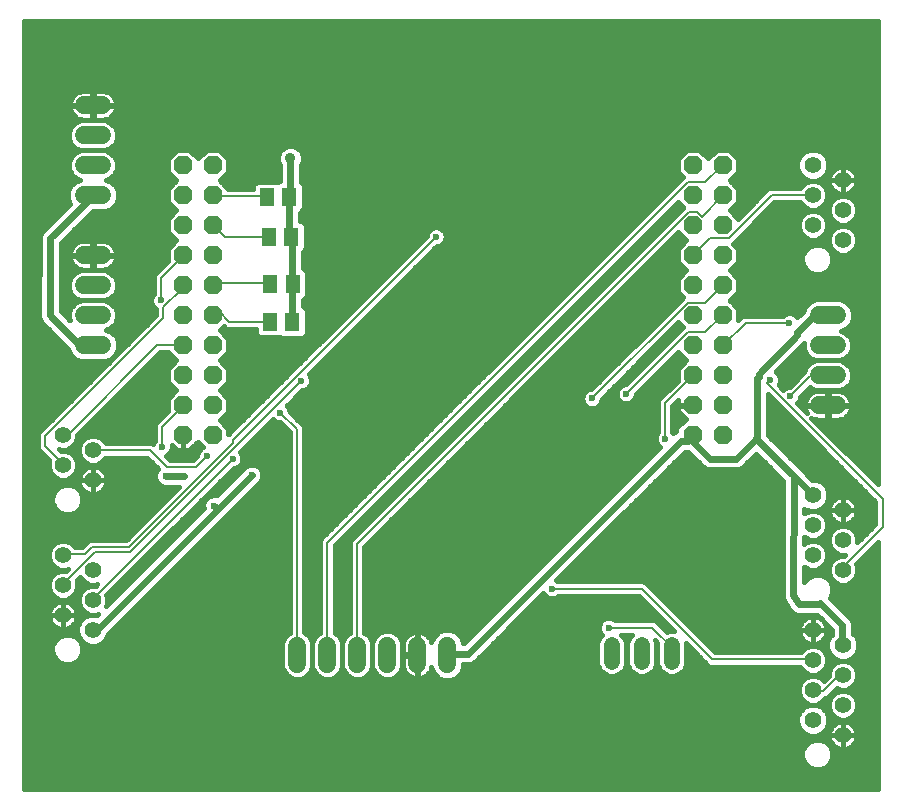
<source format=gtl>
G75*
%MOIN*%
%OFA0B0*%
%FSLAX24Y24*%
%IPPOS*%
%LPD*%
%AMOC8*
5,1,8,0,0,1.08239X$1,22.5*
%
%ADD10OC8,0.0630*%
%ADD11C,0.0600*%
%ADD12C,0.0540*%
%ADD13C,0.0560*%
%ADD14R,0.0512X0.0591*%
%ADD15C,0.0160*%
%ADD16C,0.0276*%
%ADD17C,0.0236*%
%ADD18C,0.0236*%
%ADD19C,0.0354*%
%ADD20C,0.0240*%
%ADD21C,0.0079*%
D10*
X005680Y012598D03*
X005680Y013598D03*
X006680Y013598D03*
X006680Y012598D03*
X006680Y014598D03*
X005680Y014598D03*
X005680Y015598D03*
X005680Y016598D03*
X006680Y016598D03*
X006680Y015598D03*
X006680Y017598D03*
X005680Y017598D03*
X005680Y018598D03*
X006680Y018598D03*
X006680Y019598D03*
X006680Y020598D03*
X005680Y020598D03*
X005680Y019598D03*
X005680Y021598D03*
X006680Y021598D03*
X022680Y021598D03*
X023680Y021598D03*
X023680Y020598D03*
X022680Y020598D03*
X022680Y019598D03*
X023680Y019598D03*
X023680Y018598D03*
X022680Y018598D03*
X022680Y017598D03*
X023680Y017598D03*
X023680Y016598D03*
X022680Y016598D03*
X022680Y015598D03*
X023680Y015598D03*
X023680Y014598D03*
X022680Y014598D03*
X022680Y013598D03*
X023680Y013598D03*
X023680Y012598D03*
X022680Y012598D03*
D11*
X026880Y013598D02*
X027480Y013598D01*
X027480Y014598D02*
X026880Y014598D01*
X026880Y015598D02*
X027480Y015598D01*
X027480Y016598D02*
X026880Y016598D01*
X014491Y005575D02*
X014491Y004975D01*
X013491Y004975D02*
X013491Y005575D01*
X012491Y005575D02*
X012491Y004975D01*
X011491Y004975D02*
X011491Y005575D01*
X010491Y005575D02*
X010491Y004975D01*
X009491Y004975D02*
X009491Y005575D01*
X002980Y015598D02*
X002380Y015598D01*
X002380Y016598D02*
X002980Y016598D01*
X002980Y017598D02*
X002380Y017598D01*
X002380Y018598D02*
X002980Y018598D01*
X002980Y020598D02*
X002380Y020598D01*
X002380Y021598D02*
X002980Y021598D01*
X002980Y022598D02*
X002380Y022598D01*
X002380Y023598D02*
X002980Y023598D01*
D12*
X019967Y005596D02*
X019967Y005056D01*
X020967Y005056D02*
X020967Y005596D01*
X021967Y005596D02*
X021967Y005056D01*
D13*
X026680Y005098D03*
X026680Y006098D03*
X027680Y005598D03*
X027680Y004598D03*
X027680Y003598D03*
X027680Y002598D03*
X026680Y003098D03*
X026680Y004098D03*
X027680Y008098D03*
X027680Y009098D03*
X027680Y010098D03*
X026680Y010598D03*
X026680Y009598D03*
X026680Y008598D03*
X027680Y019098D03*
X027680Y020098D03*
X027680Y021098D03*
X026680Y021598D03*
X026680Y020598D03*
X026680Y019598D03*
X002680Y012098D03*
X002680Y011098D03*
X001680Y011598D03*
X001680Y012598D03*
X001680Y008598D03*
X001680Y007598D03*
X001680Y006598D03*
X002680Y007098D03*
X002680Y008098D03*
X002680Y006098D03*
D14*
X008566Y016365D03*
X009314Y016365D03*
X009334Y017649D03*
X008586Y017649D03*
X008538Y019220D03*
X009286Y019220D03*
X009227Y020547D03*
X008479Y020547D03*
D15*
X000380Y026394D02*
X000380Y000798D01*
X028850Y000798D01*
X028850Y009047D01*
X028112Y008309D01*
X028160Y008193D01*
X028160Y008002D01*
X028087Y007826D01*
X027952Y007691D01*
X027775Y007618D01*
X027585Y007618D01*
X027408Y007691D01*
X027273Y007826D01*
X027200Y008002D01*
X027200Y008193D01*
X027273Y008370D01*
X027408Y008505D01*
X027585Y008578D01*
X027703Y008578D01*
X027743Y008618D01*
X027585Y008618D01*
X027408Y008691D01*
X027273Y008826D01*
X027200Y009002D01*
X027200Y009193D01*
X027273Y009370D01*
X027408Y009505D01*
X027585Y009578D01*
X027775Y009578D01*
X027952Y009505D01*
X028087Y009370D01*
X028160Y009193D01*
X028160Y009034D01*
X028760Y009634D01*
X028760Y010380D01*
X025181Y013959D01*
X025181Y012624D01*
X025185Y012612D01*
X025184Y012593D01*
X026248Y011529D01*
X026248Y011528D01*
X026249Y011528D01*
X026298Y011478D01*
X026661Y011115D01*
X026783Y011115D01*
X026973Y011036D01*
X027119Y010891D01*
X027197Y010701D01*
X027197Y010495D01*
X027119Y010305D01*
X026973Y010159D01*
X026783Y010080D01*
X026577Y010080D01*
X026396Y010155D01*
X026396Y009992D01*
X026408Y010005D01*
X026585Y010078D01*
X026775Y010078D01*
X026952Y010005D01*
X027087Y009870D01*
X027160Y009693D01*
X027160Y009502D01*
X027087Y009326D01*
X026952Y009191D01*
X026775Y009118D01*
X026585Y009118D01*
X026408Y009191D01*
X026392Y009207D01*
X026391Y008987D01*
X026408Y009005D01*
X026585Y009078D01*
X026775Y009078D01*
X026952Y009005D01*
X027087Y008870D01*
X027160Y008693D01*
X027160Y008502D01*
X027087Y008326D01*
X026952Y008191D01*
X026775Y008118D01*
X026585Y008118D01*
X026408Y008191D01*
X026387Y008212D01*
X026384Y007693D01*
X026404Y007740D01*
X026543Y007880D01*
X026725Y007955D01*
X026922Y007955D01*
X027104Y007880D01*
X027244Y007740D01*
X027319Y007558D01*
X027319Y007361D01*
X027246Y007185D01*
X027962Y006468D01*
X028016Y006338D01*
X028016Y005994D01*
X028119Y005891D01*
X028197Y005701D01*
X028197Y005495D01*
X028119Y005305D01*
X027973Y005159D01*
X027783Y005080D01*
X027577Y005080D01*
X027387Y005159D01*
X027241Y005305D01*
X027163Y005495D01*
X027163Y005701D01*
X027241Y005891D01*
X027305Y005954D01*
X027305Y006120D01*
X027041Y006383D01*
X027073Y006339D01*
X027106Y006274D01*
X027129Y006205D01*
X027140Y006134D01*
X027140Y006098D01*
X026680Y006098D01*
X026680Y006558D01*
X026644Y006558D01*
X026572Y006546D01*
X026503Y006524D01*
X026439Y006491D01*
X026380Y006449D01*
X026329Y006397D01*
X026287Y006339D01*
X026254Y006274D01*
X026231Y006205D01*
X026220Y006134D01*
X026220Y006098D01*
X026680Y006098D01*
X026680Y006098D01*
X026680Y006558D01*
X026716Y006558D01*
X026788Y006546D01*
X026857Y006524D01*
X026921Y006491D01*
X026966Y006459D01*
X026804Y006620D01*
X026229Y006620D01*
X026184Y006614D01*
X026159Y006620D01*
X026133Y006620D01*
X026091Y006638D01*
X026047Y006649D01*
X026026Y006664D01*
X026002Y006674D01*
X025970Y006706D01*
X025934Y006734D01*
X025920Y006756D01*
X025902Y006774D01*
X025885Y006816D01*
X025743Y007056D01*
X025724Y007075D01*
X025707Y007116D01*
X025684Y007155D01*
X025681Y007181D01*
X025671Y007206D01*
X025671Y007251D01*
X025664Y007295D01*
X025671Y007321D01*
X025690Y011081D01*
X024786Y011985D01*
X024418Y011617D01*
X024318Y011517D01*
X024188Y011463D01*
X023180Y011463D01*
X023049Y011517D01*
X022521Y012045D01*
X022451Y012045D01*
X022445Y012051D01*
X022444Y012051D01*
X022438Y012053D01*
X022414Y012053D01*
X018129Y007768D01*
X018155Y007757D01*
X018186Y007727D01*
X021015Y007727D01*
X021103Y007690D01*
X021170Y007623D01*
X023429Y005365D01*
X026271Y005365D01*
X026273Y005370D01*
X026408Y005505D01*
X026585Y005578D01*
X026775Y005578D01*
X026952Y005505D01*
X027087Y005370D01*
X027160Y005193D01*
X027160Y005002D01*
X027087Y004826D01*
X026952Y004691D01*
X026775Y004618D01*
X026585Y004618D01*
X026408Y004691D01*
X026273Y004826D01*
X026248Y004886D01*
X023282Y004886D01*
X023194Y004922D01*
X022437Y005679D01*
X022437Y004963D01*
X022366Y004790D01*
X022234Y004658D01*
X022061Y004586D01*
X021874Y004586D01*
X021701Y004658D01*
X021569Y004790D01*
X021497Y004963D01*
X021497Y005674D01*
X021406Y005766D01*
X021437Y005690D01*
X021437Y004963D01*
X021366Y004790D01*
X021234Y004658D01*
X021061Y004586D01*
X020874Y004586D01*
X020701Y004658D01*
X020569Y004790D01*
X020497Y004963D01*
X020497Y005690D01*
X020569Y005862D01*
X020656Y005949D01*
X020279Y005949D01*
X020366Y005862D01*
X020437Y005690D01*
X020437Y004963D01*
X020366Y004790D01*
X020234Y004658D01*
X020061Y004586D01*
X019874Y004586D01*
X019701Y004658D01*
X019569Y004790D01*
X019497Y004963D01*
X019497Y005690D01*
X019569Y005862D01*
X019655Y005948D01*
X019595Y006008D01*
X019547Y006125D01*
X019547Y006252D01*
X019595Y006368D01*
X019685Y006458D01*
X019802Y006506D01*
X019928Y006506D01*
X020045Y006458D01*
X020076Y006428D01*
X021369Y006428D01*
X021457Y006391D01*
X021809Y006039D01*
X021874Y006066D01*
X022050Y006066D01*
X020868Y007248D01*
X018186Y007248D01*
X018155Y007218D01*
X018039Y007169D01*
X017912Y007169D01*
X017795Y007218D01*
X017706Y007307D01*
X017695Y007334D01*
X015481Y005121D01*
X015381Y005021D01*
X015251Y004967D01*
X015029Y004967D01*
X015029Y004868D01*
X014947Y004670D01*
X014795Y004519D01*
X014598Y004437D01*
X014384Y004437D01*
X014187Y004519D01*
X014035Y004670D01*
X013958Y004858D01*
X013936Y004791D01*
X013902Y004723D01*
X013857Y004662D01*
X013804Y004609D01*
X013743Y004564D01*
X013675Y004530D01*
X013603Y004507D01*
X013529Y004495D01*
X013511Y004495D01*
X013511Y005255D01*
X013471Y005255D01*
X013011Y005255D01*
X013011Y004937D01*
X013023Y004863D01*
X013046Y004791D01*
X013080Y004723D01*
X013125Y004662D01*
X013178Y004609D01*
X013239Y004564D01*
X013307Y004530D01*
X013379Y004507D01*
X013453Y004495D01*
X013471Y004495D01*
X013471Y005255D01*
X013471Y005295D01*
X013471Y006055D01*
X013453Y006055D01*
X013379Y006043D01*
X013307Y006020D01*
X013239Y005985D01*
X013178Y005941D01*
X013125Y005888D01*
X013080Y005826D01*
X013046Y005759D01*
X013023Y005687D01*
X013011Y005613D01*
X013011Y005295D01*
X013471Y005295D01*
X013511Y005295D01*
X013511Y006055D01*
X013529Y006055D01*
X013603Y006043D01*
X013675Y006020D01*
X013743Y005985D01*
X013804Y005941D01*
X013857Y005888D01*
X013902Y005826D01*
X013936Y005759D01*
X013958Y005692D01*
X014035Y005879D01*
X014187Y006031D01*
X014384Y006112D01*
X014598Y006112D01*
X014795Y006031D01*
X014947Y005879D01*
X015029Y005682D01*
X015029Y005678D01*
X015033Y005678D01*
X021574Y012219D01*
X021485Y012307D01*
X021437Y012424D01*
X021437Y012551D01*
X021485Y012668D01*
X021515Y012698D01*
X021515Y013716D01*
X021552Y013804D01*
X022165Y014417D01*
X022165Y014811D01*
X022452Y015098D01*
X022180Y015369D01*
X020774Y013963D01*
X020774Y013920D01*
X020725Y013803D01*
X020636Y013714D01*
X020519Y013665D01*
X020392Y013665D01*
X020275Y013714D01*
X020186Y013803D01*
X020137Y013920D01*
X020137Y014047D01*
X020186Y014164D01*
X020275Y014253D01*
X020392Y014302D01*
X020435Y014302D01*
X022300Y016166D01*
X022341Y016208D01*
X022188Y016362D01*
X019632Y013806D01*
X019632Y013763D01*
X019584Y013646D01*
X019494Y013556D01*
X019377Y013508D01*
X019251Y013508D01*
X019134Y013556D01*
X019044Y013646D01*
X018996Y013763D01*
X018996Y013889D01*
X019044Y014006D01*
X019134Y014096D01*
X019251Y014144D01*
X019293Y014144D01*
X022300Y017151D01*
X022349Y017200D01*
X022165Y017384D01*
X022165Y017811D01*
X022452Y018098D01*
X022165Y018384D01*
X022165Y018811D01*
X022452Y019098D01*
X022192Y019358D01*
X011719Y008884D01*
X011719Y006022D01*
X011774Y005999D01*
X011915Y005858D01*
X011991Y005674D01*
X011991Y004875D01*
X012067Y004692D01*
X012208Y004551D01*
X012392Y004475D01*
X012590Y004475D01*
X012774Y004551D01*
X012915Y004692D01*
X012991Y004875D01*
X012991Y005674D01*
X012915Y005858D01*
X012774Y005999D01*
X012590Y006075D01*
X012392Y006075D01*
X012208Y005999D01*
X012067Y005858D01*
X011991Y005674D01*
X011991Y004875D01*
X011915Y004692D01*
X011774Y004551D01*
X011590Y004475D01*
X011392Y004475D01*
X011208Y004551D01*
X011067Y004692D01*
X010991Y004875D01*
X010915Y004692D01*
X010774Y004551D01*
X010590Y004475D01*
X010392Y004475D01*
X010208Y004551D01*
X010067Y004692D01*
X009991Y004875D01*
X009991Y005674D01*
X009915Y005858D01*
X009774Y005999D01*
X009711Y006025D01*
X009711Y012850D01*
X009674Y012938D01*
X009238Y013374D01*
X009238Y013417D01*
X009190Y013534D01*
X009137Y013586D01*
X009649Y014099D01*
X009692Y014099D01*
X009809Y014147D01*
X009898Y014236D01*
X009947Y014353D01*
X009947Y014480D01*
X009898Y014597D01*
X009866Y014630D01*
X014137Y018902D01*
X014180Y018902D01*
X014297Y018950D01*
X014387Y019040D01*
X014435Y019157D01*
X014435Y019283D01*
X014387Y019400D01*
X014297Y019489D01*
X014180Y019538D01*
X014054Y019538D01*
X013937Y019489D01*
X013847Y019400D01*
X013799Y019283D01*
X013799Y019240D01*
X007195Y012636D01*
X007195Y012811D01*
X006908Y013098D01*
X007195Y013384D01*
X007195Y013811D01*
X006908Y014098D01*
X007195Y014384D01*
X007195Y014811D01*
X006908Y015098D01*
X007195Y015384D01*
X007195Y015811D01*
X006908Y016098D01*
X007042Y016232D01*
X007092Y016182D01*
X007180Y016146D01*
X008110Y016146D01*
X008110Y015987D01*
X008227Y015870D01*
X008905Y015870D01*
X008913Y015879D01*
X008960Y015833D01*
X009668Y015833D01*
X009807Y015972D01*
X009807Y016759D01*
X009669Y016897D01*
X009669Y017116D01*
X009688Y017116D01*
X009827Y017255D01*
X009827Y018043D01*
X009688Y018182D01*
X009669Y018182D01*
X009669Y018716D01*
X009780Y018826D01*
X009780Y019613D01*
X009641Y019753D01*
X009585Y019753D01*
X009585Y020017D01*
X009721Y020153D01*
X009721Y020940D01*
X009620Y021041D01*
X009620Y021610D01*
X009677Y021748D01*
X009677Y021913D01*
X009614Y022065D01*
X009498Y022182D01*
X009345Y022245D01*
X009180Y022245D01*
X009028Y022182D01*
X008911Y022065D01*
X008848Y021913D01*
X008848Y021748D01*
X008905Y021610D01*
X008905Y021079D01*
X008873Y021079D01*
X008827Y021033D01*
X008818Y021042D01*
X008140Y021042D01*
X008023Y020925D01*
X008023Y020798D01*
X007195Y020798D01*
X007195Y020811D01*
X006908Y021098D01*
X007195Y021384D01*
X007195Y021811D01*
X006893Y022113D01*
X006467Y022113D01*
X006180Y021826D01*
X005893Y022113D01*
X005467Y022113D01*
X005165Y021811D01*
X005165Y021384D01*
X005452Y021098D01*
X005165Y020811D01*
X005165Y020384D01*
X005452Y020098D01*
X005165Y019811D01*
X005165Y019384D01*
X005452Y019098D01*
X005165Y018811D01*
X005165Y018402D01*
X004741Y017977D01*
X004704Y017889D01*
X004704Y017304D01*
X004674Y017274D01*
X004626Y017157D01*
X004626Y017031D01*
X004674Y016914D01*
X004764Y016824D01*
X004783Y016816D01*
X004783Y016602D01*
X000950Y012769D01*
X000883Y012702D01*
X000846Y012614D01*
X000846Y012204D01*
X000883Y012116D01*
X001231Y011768D01*
X001200Y011693D01*
X001200Y011502D01*
X001273Y011326D01*
X001408Y011191D01*
X001585Y011118D01*
X001775Y011118D01*
X001952Y011191D01*
X002087Y011326D01*
X002160Y011502D01*
X002160Y011693D01*
X002087Y011870D01*
X001952Y012005D01*
X001775Y012078D01*
X001598Y012078D01*
X001539Y012137D01*
X001585Y012118D01*
X001775Y012118D01*
X001952Y012191D01*
X002087Y012326D01*
X002160Y012502D01*
X002160Y012594D01*
X004925Y015358D01*
X005191Y015358D01*
X005452Y015098D01*
X005165Y014811D01*
X005165Y014384D01*
X005452Y014098D01*
X005165Y013811D01*
X005165Y013402D01*
X004780Y013017D01*
X004744Y012929D01*
X004744Y012422D01*
X004713Y012392D01*
X004681Y012315D01*
X004637Y012333D01*
X003102Y012333D01*
X003087Y012370D01*
X002952Y012505D01*
X002775Y012578D01*
X002585Y012578D01*
X002408Y012505D01*
X002273Y012370D01*
X002200Y012193D01*
X002200Y012002D01*
X002273Y011826D01*
X002408Y011691D01*
X002585Y011618D01*
X002775Y011618D01*
X002952Y011691D01*
X003087Y011826D01*
X003099Y011854D01*
X004490Y011854D01*
X004858Y011487D01*
X004800Y011429D01*
X004746Y011298D01*
X004746Y011157D01*
X004800Y011026D01*
X004900Y010926D01*
X005031Y010872D01*
X005549Y010872D01*
X003782Y009105D01*
X002613Y009105D01*
X002525Y009068D01*
X002457Y009001D01*
X002325Y008869D01*
X002087Y008869D01*
X002087Y008870D01*
X001952Y009005D01*
X001775Y009078D01*
X001585Y009078D01*
X001408Y009005D01*
X001273Y008870D01*
X001200Y008693D01*
X001200Y008502D01*
X001273Y008326D01*
X001408Y008191D01*
X001585Y008118D01*
X001775Y008118D01*
X001835Y008142D01*
X001770Y008078D01*
X001585Y008078D01*
X001408Y008005D01*
X001273Y007870D01*
X001200Y007693D01*
X001200Y007502D01*
X001273Y007326D01*
X001408Y007191D01*
X001585Y007118D01*
X001775Y007118D01*
X001952Y007191D01*
X002087Y007326D01*
X002160Y007502D01*
X002160Y007693D01*
X002132Y007762D01*
X002250Y007881D01*
X002273Y007826D01*
X002408Y007691D01*
X002585Y007618D01*
X002775Y007618D01*
X002828Y007640D01*
X002766Y007578D01*
X002585Y007578D01*
X002408Y007505D01*
X002273Y007370D01*
X002200Y007193D01*
X002200Y007002D01*
X002273Y006826D01*
X002408Y006691D01*
X002585Y006618D01*
X002775Y006618D01*
X002857Y006651D01*
X002810Y006604D01*
X002783Y006615D01*
X002577Y006615D01*
X002387Y006536D01*
X002241Y006391D01*
X002163Y006201D01*
X002163Y005995D01*
X002241Y005805D01*
X002387Y005659D01*
X002577Y005580D01*
X002783Y005580D01*
X002973Y005659D01*
X003119Y005805D01*
X003192Y005980D01*
X007035Y009824D01*
X007135Y009924D01*
X008177Y010966D01*
X008277Y011066D01*
X008331Y011196D01*
X008331Y011338D01*
X008277Y011468D01*
X008177Y011568D01*
X008046Y011623D01*
X007905Y011623D01*
X007774Y011568D01*
X007674Y011468D01*
X006799Y010594D01*
X006786Y010599D01*
X006645Y010599D01*
X006514Y010545D01*
X006414Y010445D01*
X006360Y010314D01*
X006360Y010173D01*
X006365Y010160D01*
X003126Y006921D01*
X003160Y007002D01*
X003160Y007193D01*
X003130Y007265D01*
X007366Y011500D01*
X007409Y011500D01*
X007526Y011549D01*
X007615Y011638D01*
X007663Y011755D01*
X007663Y011881D01*
X007615Y011998D01*
X007582Y012031D01*
X008687Y013137D01*
X008740Y013084D01*
X008857Y013036D01*
X008900Y013036D01*
X009232Y012703D01*
X009232Y006009D01*
X009208Y005999D01*
X009067Y005858D01*
X008991Y005674D01*
X008991Y004875D01*
X009067Y004692D01*
X009208Y004551D01*
X009392Y004475D01*
X009590Y004475D01*
X009774Y004551D01*
X009915Y004692D01*
X009991Y004875D01*
X009991Y005674D01*
X010067Y005858D01*
X010208Y005999D01*
X010256Y006019D01*
X010256Y009071D01*
X010292Y009159D01*
X022300Y021166D01*
X022341Y021208D01*
X022165Y021384D01*
X022165Y021811D01*
X022467Y022113D01*
X022893Y022113D01*
X023180Y021826D01*
X023467Y022113D01*
X023893Y022113D01*
X024195Y021811D01*
X024195Y021384D01*
X023908Y021098D01*
X024195Y020811D01*
X024195Y020384D01*
X023908Y020098D01*
X024184Y019822D01*
X025163Y020801D01*
X025250Y020837D01*
X026260Y020837D01*
X026273Y020870D01*
X026408Y021005D01*
X026585Y021078D01*
X026775Y021078D01*
X026952Y021005D01*
X027087Y020870D01*
X027160Y020693D01*
X027160Y020502D01*
X027087Y020326D01*
X026952Y020191D01*
X026775Y020118D01*
X026585Y020118D01*
X026408Y020191D01*
X026273Y020326D01*
X026260Y020358D01*
X025397Y020358D01*
X024084Y019045D01*
X024022Y018984D01*
X024195Y018811D01*
X024195Y018384D01*
X023908Y018098D01*
X024195Y017811D01*
X024195Y017384D01*
X023908Y017098D01*
X024195Y016811D01*
X024195Y016447D01*
X024296Y016549D01*
X024384Y016585D01*
X025678Y016585D01*
X025708Y016615D01*
X025825Y016664D01*
X025952Y016664D01*
X026069Y016615D01*
X026157Y016527D01*
X026348Y016717D01*
X026424Y016902D01*
X026576Y017053D01*
X026773Y017135D01*
X027587Y017135D01*
X027784Y017053D01*
X027936Y016902D01*
X028017Y016705D01*
X028017Y016491D01*
X027936Y016293D01*
X027784Y016142D01*
X027628Y016077D01*
X027763Y016022D01*
X027904Y015881D01*
X027980Y015697D01*
X027980Y015498D01*
X027904Y015315D01*
X027763Y015174D01*
X027579Y015098D01*
X026781Y015098D01*
X026597Y015174D01*
X026456Y015315D01*
X026380Y015498D01*
X026380Y015665D01*
X025440Y014725D01*
X025528Y014636D01*
X025577Y014519D01*
X025577Y014393D01*
X025532Y014285D01*
X025695Y014122D01*
X025748Y014175D01*
X025865Y014223D01*
X025908Y014223D01*
X026380Y014695D01*
X026380Y014697D01*
X026456Y014881D01*
X026597Y015022D01*
X026781Y015098D01*
X027579Y015098D01*
X027763Y015022D01*
X027904Y014881D01*
X027980Y014697D01*
X027980Y014498D01*
X027904Y014315D01*
X027763Y014174D01*
X027579Y014098D01*
X026781Y014098D01*
X026597Y014174D01*
X026566Y014204D01*
X026246Y013884D01*
X026246Y013842D01*
X026198Y013725D01*
X026145Y013672D01*
X026468Y013349D01*
X026435Y013413D01*
X026412Y013485D01*
X026400Y013560D01*
X026400Y013578D01*
X027160Y013578D01*
X027160Y013618D01*
X027160Y014078D01*
X026842Y014078D01*
X026768Y014066D01*
X026696Y014043D01*
X026628Y014008D01*
X026567Y013964D01*
X026514Y013910D01*
X026469Y013849D01*
X026435Y013782D01*
X026412Y013710D01*
X026400Y013636D01*
X026400Y013618D01*
X027160Y013618D01*
X027200Y013618D01*
X027200Y014078D01*
X027518Y014078D01*
X027592Y014066D01*
X027664Y014043D01*
X027732Y014008D01*
X027793Y013964D01*
X027846Y013910D01*
X027891Y013849D01*
X027925Y013782D01*
X027948Y013710D01*
X027960Y013636D01*
X027960Y013618D01*
X027200Y013618D01*
X027200Y013578D01*
X027960Y013578D01*
X027960Y013560D01*
X027948Y013485D01*
X027925Y013413D01*
X027891Y013346D01*
X027846Y013285D01*
X027793Y013232D01*
X027732Y013187D01*
X027664Y013153D01*
X027592Y013130D01*
X027518Y013118D01*
X027200Y013118D01*
X027200Y013578D01*
X027160Y013578D01*
X027160Y013118D01*
X026842Y013118D01*
X026768Y013130D01*
X026696Y013153D01*
X026631Y013186D01*
X028850Y010967D01*
X028850Y026394D01*
X000380Y026394D01*
X000380Y026275D02*
X028850Y026275D01*
X028850Y026116D02*
X000380Y026116D01*
X000380Y025958D02*
X028850Y025958D01*
X028850Y025799D02*
X000380Y025799D01*
X000380Y025641D02*
X028850Y025641D01*
X028850Y025482D02*
X000380Y025482D01*
X000380Y025324D02*
X028850Y025324D01*
X028850Y025165D02*
X000380Y025165D01*
X000380Y025007D02*
X028850Y025007D01*
X028850Y024848D02*
X000380Y024848D01*
X000380Y024690D02*
X028850Y024690D01*
X028850Y024531D02*
X000380Y024531D01*
X000380Y024373D02*
X028850Y024373D01*
X028850Y024214D02*
X000380Y024214D01*
X000380Y024056D02*
X002236Y024056D01*
X002268Y024066D02*
X002196Y024043D01*
X002128Y024008D01*
X002067Y023964D01*
X002014Y023910D01*
X001969Y023849D01*
X001935Y023782D01*
X001912Y023710D01*
X001900Y023636D01*
X001900Y023618D01*
X002660Y023618D01*
X002660Y024078D01*
X002342Y024078D01*
X002268Y024066D01*
X002004Y023897D02*
X000380Y023897D01*
X000380Y023739D02*
X001921Y023739D01*
X001900Y023578D02*
X001900Y023560D01*
X001912Y023485D01*
X001935Y023413D01*
X001969Y023346D01*
X002014Y023285D01*
X002067Y023232D01*
X002128Y023187D01*
X002196Y023153D01*
X002268Y023130D01*
X002342Y023118D01*
X002660Y023118D01*
X002660Y023578D01*
X001900Y023578D01*
X001932Y023422D02*
X000380Y023422D01*
X000380Y023580D02*
X002660Y023580D01*
X002660Y023578D02*
X002660Y023618D01*
X002700Y023618D01*
X002700Y024078D01*
X003018Y024078D01*
X003092Y024066D01*
X003164Y024043D01*
X003232Y024008D01*
X003293Y023964D01*
X003346Y023910D01*
X003391Y023849D01*
X003425Y023782D01*
X003448Y023710D01*
X003460Y023636D01*
X003460Y023618D01*
X002700Y023618D01*
X002700Y023578D01*
X003460Y023578D01*
X003460Y023560D01*
X003448Y023485D01*
X003425Y023413D01*
X003391Y023346D01*
X003346Y023285D01*
X003293Y023232D01*
X003232Y023187D01*
X003164Y023153D01*
X003092Y023130D01*
X003018Y023118D01*
X002700Y023118D01*
X002700Y023578D01*
X002660Y023578D01*
X002700Y023580D02*
X028850Y023580D01*
X028850Y023422D02*
X003428Y023422D01*
X003324Y023263D02*
X028850Y023263D01*
X028850Y023105D02*
X000380Y023105D01*
X000380Y023263D02*
X002036Y023263D01*
X002097Y023022D02*
X001956Y022881D01*
X001880Y022697D01*
X001880Y022498D01*
X001956Y022315D01*
X002097Y022174D01*
X002281Y022098D01*
X003079Y022098D01*
X003263Y022174D01*
X003404Y022315D01*
X003480Y022498D01*
X003480Y022697D01*
X003404Y022881D01*
X003263Y023022D01*
X003079Y023098D01*
X002281Y023098D01*
X002097Y023022D01*
X002021Y022946D02*
X000380Y022946D01*
X000380Y022788D02*
X001918Y022788D01*
X001880Y022629D02*
X000380Y022629D01*
X000380Y022471D02*
X001891Y022471D01*
X001958Y022312D02*
X000380Y022312D01*
X000380Y022154D02*
X002145Y022154D01*
X002097Y022022D02*
X001956Y021881D01*
X001880Y021697D01*
X001880Y021498D01*
X001956Y021315D01*
X002097Y021174D01*
X002232Y021118D01*
X002076Y021053D01*
X001924Y020902D01*
X001843Y020705D01*
X001843Y020491D01*
X001915Y020316D01*
X001009Y019410D01*
X000960Y019361D01*
X000959Y019360D01*
X000958Y019359D01*
X000932Y019295D01*
X000905Y019231D01*
X000905Y019230D01*
X000904Y019229D01*
X000904Y019159D01*
X000890Y016605D01*
X000889Y016535D01*
X000890Y016534D01*
X000890Y016533D01*
X000916Y016468D01*
X000942Y016404D01*
X000943Y016403D01*
X000943Y016402D01*
X000992Y016352D01*
X001848Y015476D01*
X001924Y015293D01*
X002076Y015142D01*
X002273Y015060D01*
X003087Y015060D01*
X003284Y015142D01*
X003436Y015293D01*
X003517Y015491D01*
X003517Y015705D01*
X003436Y015902D01*
X003284Y016053D01*
X003128Y016118D01*
X003263Y016174D01*
X003404Y016315D01*
X003480Y016498D01*
X003480Y016697D01*
X003404Y016881D01*
X003263Y017022D01*
X003079Y017098D01*
X003263Y017174D01*
X003404Y017315D01*
X003480Y017498D01*
X003480Y017697D01*
X003404Y017881D01*
X003263Y018022D01*
X003079Y018098D01*
X002281Y018098D01*
X002097Y018022D01*
X001956Y017881D01*
X001880Y017697D01*
X001880Y017498D01*
X001956Y017315D01*
X002097Y017174D01*
X002281Y017098D01*
X003079Y017098D01*
X002281Y017098D01*
X002097Y017022D01*
X001956Y016881D01*
X001880Y016697D01*
X001880Y016498D01*
X001906Y016434D01*
X001602Y016746D01*
X001615Y019010D01*
X002665Y020060D01*
X003087Y020060D01*
X003284Y020142D01*
X003436Y020293D01*
X003517Y020491D01*
X003517Y020705D01*
X003436Y020902D01*
X003284Y021053D01*
X003128Y021118D01*
X003263Y021174D01*
X003404Y021315D01*
X003480Y021498D01*
X003480Y021697D01*
X003404Y021881D01*
X003263Y022022D01*
X003079Y022098D01*
X002281Y022098D01*
X002097Y022022D01*
X002070Y021995D02*
X000380Y021995D01*
X000380Y021837D02*
X001938Y021837D01*
X001880Y021678D02*
X000380Y021678D01*
X000380Y021520D02*
X001880Y021520D01*
X001937Y021361D02*
X000380Y021361D01*
X000380Y021203D02*
X002068Y021203D01*
X002066Y021044D02*
X000380Y021044D01*
X000380Y020886D02*
X001918Y020886D01*
X001852Y020727D02*
X000380Y020727D01*
X000380Y020569D02*
X001843Y020569D01*
X001876Y020410D02*
X000380Y020410D01*
X000380Y020252D02*
X001851Y020252D01*
X001692Y020093D02*
X000380Y020093D01*
X000380Y019935D02*
X001534Y019935D01*
X001375Y019776D02*
X000380Y019776D01*
X000380Y019618D02*
X001217Y019618D01*
X001058Y019459D02*
X000380Y019459D01*
X000380Y019301D02*
X000934Y019301D01*
X000904Y019142D02*
X000380Y019142D01*
X000380Y018984D02*
X000903Y018984D01*
X000902Y018825D02*
X000380Y018825D01*
X000380Y018667D02*
X000902Y018667D01*
X000901Y018508D02*
X000380Y018508D01*
X000380Y018350D02*
X000900Y018350D01*
X000899Y018191D02*
X000380Y018191D01*
X000380Y018033D02*
X000898Y018033D01*
X000897Y017874D02*
X000380Y017874D01*
X000380Y017716D02*
X000896Y017716D01*
X000895Y017557D02*
X000380Y017557D01*
X000380Y017399D02*
X000894Y017399D01*
X000894Y017240D02*
X000380Y017240D01*
X000380Y017082D02*
X000893Y017082D01*
X000892Y016923D02*
X000380Y016923D01*
X000380Y016765D02*
X000891Y016765D01*
X000890Y016606D02*
X000380Y016606D01*
X000380Y016448D02*
X000924Y016448D01*
X001054Y016289D02*
X000380Y016289D01*
X000380Y016131D02*
X001209Y016131D01*
X001364Y015972D02*
X000380Y015972D01*
X000380Y015814D02*
X001519Y015814D01*
X001674Y015655D02*
X000380Y015655D01*
X000380Y015497D02*
X001829Y015497D01*
X001906Y015338D02*
X000380Y015338D01*
X000380Y015180D02*
X002038Y015180D01*
X002727Y014546D02*
X000380Y014546D01*
X000380Y014704D02*
X002885Y014704D01*
X003044Y014863D02*
X000380Y014863D01*
X000380Y015021D02*
X003202Y015021D01*
X003322Y015180D02*
X003361Y015180D01*
X003454Y015338D02*
X003519Y015338D01*
X003517Y015497D02*
X003678Y015497D01*
X003836Y015655D02*
X003517Y015655D01*
X003472Y015814D02*
X003995Y015814D01*
X004153Y015972D02*
X003366Y015972D01*
X003159Y016131D02*
X004312Y016131D01*
X004470Y016289D02*
X003379Y016289D01*
X003459Y016448D02*
X004629Y016448D01*
X004783Y016606D02*
X003480Y016606D01*
X003452Y016765D02*
X004783Y016765D01*
X004670Y016923D02*
X003362Y016923D01*
X003118Y017082D02*
X004626Y017082D01*
X004660Y017240D02*
X003330Y017240D01*
X003439Y017399D02*
X004704Y017399D01*
X004704Y017557D02*
X003480Y017557D01*
X003472Y017716D02*
X004704Y017716D01*
X004704Y017874D02*
X003407Y017874D01*
X003236Y018033D02*
X004796Y018033D01*
X004955Y018191D02*
X003237Y018191D01*
X003232Y018187D02*
X003293Y018232D01*
X003346Y018285D01*
X003391Y018346D01*
X003425Y018413D01*
X003448Y018485D01*
X003460Y018560D01*
X003460Y018578D01*
X002700Y018578D01*
X002700Y018618D01*
X002660Y018618D01*
X002660Y019078D01*
X002342Y019078D01*
X002268Y019066D01*
X002196Y019043D01*
X002128Y019008D01*
X002067Y018964D01*
X002014Y018910D01*
X001969Y018849D01*
X001935Y018782D01*
X001912Y018710D01*
X001900Y018636D01*
X001900Y018618D01*
X002660Y018618D01*
X002660Y018578D01*
X001900Y018578D01*
X001900Y018560D01*
X001912Y018485D01*
X001935Y018413D01*
X001969Y018346D01*
X002014Y018285D01*
X002067Y018232D01*
X002128Y018187D01*
X002196Y018153D01*
X002268Y018130D01*
X002342Y018118D01*
X002660Y018118D01*
X002660Y018578D01*
X002700Y018578D01*
X002700Y018118D01*
X003018Y018118D01*
X003092Y018130D01*
X003164Y018153D01*
X003232Y018187D01*
X003392Y018350D02*
X005113Y018350D01*
X005165Y018508D02*
X003452Y018508D01*
X003460Y018618D02*
X003460Y018636D01*
X003448Y018710D01*
X003425Y018782D01*
X003391Y018849D01*
X003346Y018910D01*
X003293Y018964D01*
X003232Y019008D01*
X003164Y019043D01*
X003092Y019066D01*
X003018Y019078D01*
X002700Y019078D01*
X002700Y018618D01*
X003460Y018618D01*
X003455Y018667D02*
X005165Y018667D01*
X005179Y018825D02*
X003403Y018825D01*
X003265Y018984D02*
X005338Y018984D01*
X005407Y019142D02*
X001747Y019142D01*
X001614Y018984D02*
X002095Y018984D01*
X001957Y018825D02*
X001614Y018825D01*
X001613Y018667D02*
X001905Y018667D01*
X001908Y018508D02*
X001612Y018508D01*
X001611Y018350D02*
X001968Y018350D01*
X002123Y018191D02*
X001610Y018191D01*
X001609Y018033D02*
X002124Y018033D01*
X001953Y017874D02*
X001608Y017874D01*
X001607Y017716D02*
X001888Y017716D01*
X001880Y017557D02*
X001606Y017557D01*
X001606Y017399D02*
X001921Y017399D01*
X002030Y017240D02*
X001605Y017240D01*
X001604Y017082D02*
X002242Y017082D01*
X001998Y016923D02*
X001603Y016923D01*
X001602Y016765D02*
X001908Y016765D01*
X001880Y016606D02*
X001738Y016606D01*
X001893Y016448D02*
X001901Y016448D01*
X002660Y018191D02*
X002700Y018191D01*
X002700Y018350D02*
X002660Y018350D01*
X002660Y018508D02*
X002700Y018508D01*
X002700Y018667D02*
X002660Y018667D01*
X002660Y018825D02*
X002700Y018825D01*
X002700Y018984D02*
X002660Y018984D01*
X002064Y019459D02*
X005165Y019459D01*
X005165Y019618D02*
X002223Y019618D01*
X002381Y019776D02*
X005165Y019776D01*
X005289Y019935D02*
X002540Y019935D01*
X003167Y020093D02*
X005447Y020093D01*
X005298Y020252D02*
X003394Y020252D01*
X003484Y020410D02*
X005165Y020410D01*
X005165Y020569D02*
X003517Y020569D01*
X003508Y020727D02*
X005165Y020727D01*
X005240Y020886D02*
X003442Y020886D01*
X003294Y021044D02*
X005398Y021044D01*
X005347Y021203D02*
X003292Y021203D01*
X003423Y021361D02*
X005188Y021361D01*
X005165Y021520D02*
X003480Y021520D01*
X003480Y021678D02*
X005165Y021678D01*
X005191Y021837D02*
X003422Y021837D01*
X003290Y021995D02*
X005349Y021995D01*
X006011Y021995D02*
X006349Y021995D01*
X006191Y021837D02*
X006169Y021837D01*
X007011Y021995D02*
X008882Y021995D01*
X008848Y021837D02*
X007169Y021837D01*
X007195Y021678D02*
X008877Y021678D01*
X008905Y021520D02*
X007195Y021520D01*
X007172Y021361D02*
X008905Y021361D01*
X008905Y021203D02*
X007013Y021203D01*
X006962Y021044D02*
X008838Y021044D01*
X009620Y021044D02*
X022178Y021044D01*
X022019Y020886D02*
X009721Y020886D01*
X009721Y020727D02*
X021861Y020727D01*
X021702Y020569D02*
X009721Y020569D01*
X009721Y020410D02*
X021544Y020410D01*
X021385Y020252D02*
X009721Y020252D01*
X009661Y020093D02*
X021227Y020093D01*
X021068Y019935D02*
X009585Y019935D01*
X009585Y019776D02*
X020910Y019776D01*
X020751Y019618D02*
X009775Y019618D01*
X009780Y019459D02*
X013907Y019459D01*
X013806Y019301D02*
X009780Y019301D01*
X009780Y019142D02*
X013701Y019142D01*
X013542Y018984D02*
X009780Y018984D01*
X009779Y018825D02*
X013384Y018825D01*
X013225Y018667D02*
X009669Y018667D01*
X009669Y018508D02*
X013067Y018508D01*
X012908Y018350D02*
X009669Y018350D01*
X009669Y018191D02*
X012750Y018191D01*
X012591Y018033D02*
X009827Y018033D01*
X009827Y017874D02*
X012433Y017874D01*
X012274Y017716D02*
X009827Y017716D01*
X009827Y017557D02*
X012116Y017557D01*
X011957Y017399D02*
X009827Y017399D01*
X009812Y017240D02*
X011799Y017240D01*
X011640Y017082D02*
X009669Y017082D01*
X009669Y016923D02*
X011482Y016923D01*
X011323Y016765D02*
X009802Y016765D01*
X009807Y016606D02*
X011165Y016606D01*
X011006Y016448D02*
X009807Y016448D01*
X009807Y016289D02*
X010848Y016289D01*
X010689Y016131D02*
X009807Y016131D01*
X009807Y015972D02*
X010531Y015972D01*
X010372Y015814D02*
X007192Y015814D01*
X007195Y015655D02*
X010214Y015655D01*
X010055Y015497D02*
X007195Y015497D01*
X007149Y015338D02*
X009897Y015338D01*
X009738Y015180D02*
X006990Y015180D01*
X006985Y015021D02*
X009580Y015021D01*
X009421Y014863D02*
X007143Y014863D01*
X007195Y014704D02*
X009263Y014704D01*
X009104Y014546D02*
X007195Y014546D01*
X007195Y014387D02*
X008946Y014387D01*
X008787Y014229D02*
X007039Y014229D01*
X006936Y014070D02*
X008629Y014070D01*
X008470Y013912D02*
X007094Y013912D01*
X007195Y013753D02*
X008312Y013753D01*
X008153Y013595D02*
X007195Y013595D01*
X007195Y013436D02*
X007995Y013436D01*
X007836Y013278D02*
X007088Y013278D01*
X006930Y013119D02*
X007678Y013119D01*
X007519Y012961D02*
X007045Y012961D01*
X007195Y012802D02*
X007361Y012802D01*
X007202Y012644D02*
X007195Y012644D01*
X007719Y012168D02*
X009232Y012168D01*
X009232Y012010D02*
X007604Y012010D01*
X007663Y011851D02*
X009232Y011851D01*
X009232Y011693D02*
X007638Y011693D01*
X007740Y011534D02*
X007491Y011534D01*
X007581Y011376D02*
X007241Y011376D01*
X007083Y011217D02*
X007423Y011217D01*
X007264Y011059D02*
X006924Y011059D01*
X006766Y010900D02*
X007106Y010900D01*
X006947Y010742D02*
X006607Y010742D01*
X006607Y010583D02*
X006449Y010583D01*
X006406Y010425D02*
X006290Y010425D01*
X006360Y010266D02*
X006132Y010266D01*
X005973Y010108D02*
X006313Y010108D01*
X006155Y009949D02*
X005815Y009949D01*
X005656Y009791D02*
X005996Y009791D01*
X005838Y009632D02*
X005498Y009632D01*
X005339Y009474D02*
X005679Y009474D01*
X005521Y009315D02*
X005181Y009315D01*
X005022Y009157D02*
X005362Y009157D01*
X005204Y008998D02*
X004864Y008998D01*
X004705Y008840D02*
X005045Y008840D01*
X004887Y008681D02*
X004547Y008681D01*
X004388Y008523D02*
X004728Y008523D01*
X004570Y008364D02*
X004230Y008364D01*
X004071Y008206D02*
X004411Y008206D01*
X004253Y008047D02*
X003913Y008047D01*
X003754Y007889D02*
X004094Y007889D01*
X003936Y007730D02*
X003596Y007730D01*
X003437Y007572D02*
X003777Y007572D01*
X003619Y007413D02*
X003279Y007413D01*
X003135Y007255D02*
X003460Y007255D01*
X003302Y007096D02*
X003160Y007096D01*
X003143Y006938D02*
X003133Y006938D01*
X002826Y006621D02*
X002783Y006621D01*
X002577Y006621D02*
X002140Y006621D01*
X002140Y006634D02*
X002129Y006705D01*
X002106Y006774D01*
X002073Y006839D01*
X002031Y006897D01*
X001980Y006949D01*
X001921Y006991D01*
X001857Y007024D01*
X001788Y007046D01*
X001716Y007058D01*
X001680Y007058D01*
X001644Y007058D01*
X001572Y007046D01*
X001503Y007024D01*
X001439Y006991D01*
X001380Y006949D01*
X001329Y006897D01*
X001287Y006839D01*
X001254Y006774D01*
X001231Y006705D01*
X001220Y006634D01*
X001220Y006598D01*
X001680Y006598D01*
X001680Y007058D01*
X001680Y006598D01*
X001680Y006598D01*
X001680Y006598D01*
X002140Y006598D01*
X002140Y006634D01*
X002140Y006598D02*
X001680Y006598D01*
X001680Y006598D01*
X001220Y006598D01*
X001220Y006562D01*
X001231Y006490D01*
X001254Y006421D01*
X001287Y006357D01*
X001329Y006298D01*
X001380Y006247D01*
X001439Y006204D01*
X001503Y006171D01*
X001572Y006149D01*
X001644Y006138D01*
X001680Y006138D01*
X001680Y006598D01*
X001680Y006138D01*
X001716Y006138D01*
X001788Y006149D01*
X001857Y006171D01*
X001921Y006204D01*
X001980Y006247D01*
X002031Y006298D01*
X002073Y006357D01*
X002106Y006421D01*
X002129Y006490D01*
X002140Y006562D01*
X002140Y006598D01*
X002120Y006462D02*
X002313Y006462D01*
X002205Y006304D02*
X002035Y006304D01*
X002163Y006145D02*
X001764Y006145D01*
X001680Y006145D02*
X001680Y006145D01*
X001596Y006145D02*
X000380Y006145D01*
X000380Y005987D02*
X002166Y005987D01*
X002104Y005880D02*
X001922Y005955D01*
X001725Y005955D01*
X001543Y005880D01*
X001404Y005740D01*
X001328Y005558D01*
X001328Y005361D01*
X001404Y005179D01*
X001543Y005040D01*
X001725Y004965D01*
X001922Y004965D01*
X002104Y005040D01*
X002244Y005179D01*
X002319Y005361D01*
X002319Y005558D01*
X002244Y005740D01*
X002104Y005880D01*
X002156Y005828D02*
X002232Y005828D01*
X002273Y005670D02*
X002376Y005670D01*
X002319Y005511D02*
X008991Y005511D01*
X008991Y005353D02*
X002315Y005353D01*
X002250Y005194D02*
X008991Y005194D01*
X008991Y005036D02*
X002094Y005036D01*
X001554Y005036D02*
X000380Y005036D01*
X000380Y005194D02*
X001398Y005194D01*
X001332Y005353D02*
X000380Y005353D01*
X000380Y005511D02*
X001328Y005511D01*
X001375Y005670D02*
X000380Y005670D01*
X000380Y005828D02*
X001492Y005828D01*
X001325Y006304D02*
X000380Y006304D01*
X000380Y006462D02*
X001240Y006462D01*
X001220Y006621D02*
X000380Y006621D01*
X000380Y006779D02*
X001256Y006779D01*
X001369Y006938D02*
X000380Y006938D01*
X000380Y007096D02*
X002200Y007096D01*
X002227Y006938D02*
X001991Y006938D01*
X002104Y006779D02*
X002320Y006779D01*
X002225Y007255D02*
X002016Y007255D01*
X002123Y007413D02*
X002317Y007413D01*
X002160Y007572D02*
X002570Y007572D01*
X002369Y007730D02*
X002145Y007730D01*
X001511Y008047D02*
X000380Y008047D01*
X000380Y007889D02*
X001292Y007889D01*
X001215Y007730D02*
X000380Y007730D01*
X000380Y007572D02*
X001200Y007572D01*
X001237Y007413D02*
X000380Y007413D01*
X000380Y007255D02*
X001344Y007255D01*
X001680Y006938D02*
X001680Y006938D01*
X001680Y006779D02*
X001680Y006779D01*
X001680Y006621D02*
X001680Y006621D01*
X001680Y006598D02*
X001680Y006598D01*
X001680Y006462D02*
X001680Y006462D01*
X001680Y006304D02*
X001680Y006304D01*
X002984Y005670D02*
X008991Y005670D01*
X009055Y005828D02*
X003128Y005828D01*
X003198Y005987D02*
X009196Y005987D01*
X009232Y006145D02*
X003356Y006145D01*
X003515Y006304D02*
X009232Y006304D01*
X009232Y006462D02*
X003673Y006462D01*
X003832Y006621D02*
X009232Y006621D01*
X009232Y006779D02*
X003990Y006779D01*
X004149Y006938D02*
X009232Y006938D01*
X009232Y007096D02*
X004307Y007096D01*
X004466Y007255D02*
X009232Y007255D01*
X009232Y007413D02*
X004624Y007413D01*
X004783Y007572D02*
X009232Y007572D01*
X009232Y007730D02*
X004941Y007730D01*
X005100Y007889D02*
X009232Y007889D01*
X009232Y008047D02*
X005258Y008047D01*
X005417Y008206D02*
X009232Y008206D01*
X009232Y008364D02*
X005575Y008364D01*
X005734Y008523D02*
X009232Y008523D01*
X009232Y008681D02*
X005892Y008681D01*
X006051Y008840D02*
X009232Y008840D01*
X009232Y008998D02*
X006209Y008998D01*
X006368Y009157D02*
X009232Y009157D01*
X009232Y009315D02*
X006526Y009315D01*
X006685Y009474D02*
X009232Y009474D01*
X009232Y009632D02*
X006843Y009632D01*
X007002Y009791D02*
X009232Y009791D01*
X009232Y009949D02*
X007160Y009949D01*
X007135Y009924D02*
X007135Y009924D01*
X007035Y009824D02*
X007035Y009824D01*
X007319Y010108D02*
X009232Y010108D01*
X009232Y010266D02*
X007477Y010266D01*
X007636Y010425D02*
X009232Y010425D01*
X009232Y010583D02*
X007794Y010583D01*
X007953Y010742D02*
X009232Y010742D01*
X009232Y010900D02*
X008111Y010900D01*
X008177Y010966D02*
X008177Y010966D01*
X008270Y011059D02*
X009232Y011059D01*
X009232Y011217D02*
X008331Y011217D01*
X008315Y011376D02*
X009232Y011376D01*
X009232Y011534D02*
X008211Y011534D01*
X007674Y011468D02*
X007674Y011468D01*
X007877Y012327D02*
X009232Y012327D01*
X009232Y012485D02*
X008036Y012485D01*
X008194Y012644D02*
X009232Y012644D01*
X009133Y012802D02*
X008353Y012802D01*
X008511Y012961D02*
X008975Y012961D01*
X008705Y013119D02*
X008670Y013119D01*
X009230Y013436D02*
X014570Y013436D01*
X014411Y013278D02*
X009335Y013278D01*
X009493Y013119D02*
X014253Y013119D01*
X014094Y012961D02*
X009652Y012961D01*
X009711Y012802D02*
X013936Y012802D01*
X013777Y012644D02*
X009711Y012644D01*
X009711Y012485D02*
X013619Y012485D01*
X013460Y012327D02*
X009711Y012327D01*
X009711Y012168D02*
X013302Y012168D01*
X013143Y012010D02*
X009711Y012010D01*
X009711Y011851D02*
X012985Y011851D01*
X012826Y011693D02*
X009711Y011693D01*
X009711Y011534D02*
X012668Y011534D01*
X012509Y011376D02*
X009711Y011376D01*
X009711Y011217D02*
X012351Y011217D01*
X012192Y011059D02*
X009711Y011059D01*
X009711Y010900D02*
X012034Y010900D01*
X011875Y010742D02*
X009711Y010742D01*
X009711Y010583D02*
X011717Y010583D01*
X011558Y010425D02*
X009711Y010425D01*
X009711Y010266D02*
X011400Y010266D01*
X011241Y010108D02*
X009711Y010108D01*
X009711Y009949D02*
X011083Y009949D01*
X010924Y009791D02*
X009711Y009791D01*
X009711Y009632D02*
X010766Y009632D01*
X010607Y009474D02*
X009711Y009474D01*
X009711Y009315D02*
X010449Y009315D01*
X010291Y009157D02*
X009711Y009157D01*
X009711Y008998D02*
X010256Y008998D01*
X010256Y008840D02*
X009711Y008840D01*
X009711Y008681D02*
X010256Y008681D01*
X010256Y008523D02*
X009711Y008523D01*
X009711Y008364D02*
X010256Y008364D01*
X010256Y008206D02*
X009711Y008206D01*
X009711Y008047D02*
X010256Y008047D01*
X010256Y007889D02*
X009711Y007889D01*
X009711Y007730D02*
X010256Y007730D01*
X010256Y007572D02*
X009711Y007572D01*
X009711Y007413D02*
X010256Y007413D01*
X010256Y007255D02*
X009711Y007255D01*
X009711Y007096D02*
X010256Y007096D01*
X010256Y006938D02*
X009711Y006938D01*
X009711Y006779D02*
X010256Y006779D01*
X010256Y006621D02*
X009711Y006621D01*
X009711Y006462D02*
X010256Y006462D01*
X010256Y006304D02*
X009711Y006304D01*
X009711Y006145D02*
X010256Y006145D01*
X010196Y005987D02*
X009786Y005987D01*
X009927Y005828D02*
X010055Y005828D01*
X009991Y005670D02*
X009991Y005670D01*
X009991Y005511D02*
X009991Y005511D01*
X009991Y005353D02*
X009991Y005353D01*
X009991Y005194D02*
X009991Y005194D01*
X009991Y005036D02*
X009991Y005036D01*
X009991Y004877D02*
X009991Y004877D01*
X009926Y004719D02*
X010056Y004719D01*
X010199Y004560D02*
X009783Y004560D01*
X009199Y004560D02*
X000380Y004560D01*
X000380Y004402D02*
X026305Y004402D01*
X026273Y004370D02*
X026200Y004193D01*
X026200Y004002D01*
X026273Y003826D01*
X026408Y003691D01*
X026585Y003618D01*
X026775Y003618D01*
X026952Y003691D01*
X027087Y003826D01*
X027087Y003827D01*
X027166Y003859D01*
X027233Y003927D01*
X027471Y004165D01*
X027585Y004118D01*
X027775Y004118D01*
X027952Y004191D01*
X028087Y004326D01*
X028160Y004502D01*
X028160Y004693D01*
X028087Y004870D01*
X027952Y005005D01*
X027775Y005078D01*
X027585Y005078D01*
X027408Y005005D01*
X027273Y004870D01*
X027200Y004693D01*
X027200Y004570D01*
X027043Y004413D01*
X026952Y004505D01*
X026775Y004578D01*
X026585Y004578D01*
X026408Y004505D01*
X026273Y004370D01*
X026221Y004243D02*
X000380Y004243D01*
X000380Y004085D02*
X026200Y004085D01*
X026231Y003926D02*
X000380Y003926D01*
X000380Y003768D02*
X026331Y003768D01*
X026387Y003536D02*
X026241Y003391D01*
X026163Y003201D01*
X026163Y002995D01*
X026241Y002805D01*
X026387Y002659D01*
X026577Y002580D01*
X026783Y002580D01*
X026973Y002659D01*
X027119Y002805D01*
X027197Y002995D01*
X027197Y003201D01*
X027119Y003391D01*
X026973Y003536D01*
X026783Y003615D01*
X026577Y003615D01*
X026387Y003536D01*
X026301Y003451D02*
X000380Y003451D01*
X000380Y003609D02*
X026563Y003609D01*
X026797Y003609D02*
X027200Y003609D01*
X027200Y003693D02*
X027200Y003502D01*
X027273Y003326D01*
X027408Y003191D01*
X027585Y003118D01*
X027775Y003118D01*
X027952Y003191D01*
X028087Y003326D01*
X028160Y003502D01*
X028160Y003693D01*
X028087Y003870D01*
X027952Y004005D01*
X027775Y004078D01*
X027585Y004078D01*
X027408Y004005D01*
X027273Y003870D01*
X027200Y003693D01*
X027231Y003768D02*
X027029Y003768D01*
X027233Y003926D02*
X027330Y003926D01*
X027233Y003927D02*
X027233Y003927D01*
X027391Y004085D02*
X028850Y004085D01*
X028850Y004243D02*
X028004Y004243D01*
X028118Y004402D02*
X028850Y004402D01*
X028850Y004560D02*
X028160Y004560D01*
X028149Y004719D02*
X028850Y004719D01*
X028850Y004877D02*
X028079Y004877D01*
X027877Y005036D02*
X028850Y005036D01*
X028850Y005194D02*
X028008Y005194D01*
X028139Y005353D02*
X028850Y005353D01*
X028850Y005511D02*
X028197Y005511D01*
X028197Y005670D02*
X028850Y005670D01*
X028850Y005828D02*
X028145Y005828D01*
X028023Y005987D02*
X028850Y005987D01*
X028850Y006145D02*
X028016Y006145D01*
X028016Y006304D02*
X028850Y006304D01*
X028850Y006462D02*
X027964Y006462D01*
X027809Y006621D02*
X028850Y006621D01*
X028850Y006779D02*
X027651Y006779D01*
X027492Y006938D02*
X028850Y006938D01*
X028850Y007096D02*
X027334Y007096D01*
X027275Y007255D02*
X028850Y007255D01*
X028850Y007413D02*
X027319Y007413D01*
X027313Y007572D02*
X028850Y007572D01*
X028850Y007730D02*
X027991Y007730D01*
X028113Y007889D02*
X028850Y007889D01*
X028850Y008047D02*
X028160Y008047D01*
X028155Y008206D02*
X028850Y008206D01*
X028850Y008364D02*
X028167Y008364D01*
X028325Y008523D02*
X028850Y008523D01*
X028850Y008681D02*
X028484Y008681D01*
X028642Y008840D02*
X028850Y008840D01*
X028850Y008998D02*
X028801Y008998D01*
X028441Y009315D02*
X028109Y009315D01*
X028160Y009157D02*
X028282Y009157D01*
X027983Y009474D02*
X028599Y009474D01*
X028758Y009632D02*
X027160Y009632D01*
X027148Y009474D02*
X027377Y009474D01*
X027251Y009315D02*
X027076Y009315D01*
X027200Y009157D02*
X026870Y009157D01*
X026958Y008998D02*
X027202Y008998D01*
X027267Y008840D02*
X027099Y008840D01*
X027160Y008681D02*
X027431Y008681D01*
X027452Y008523D02*
X027160Y008523D01*
X027103Y008364D02*
X027271Y008364D01*
X027205Y008206D02*
X026967Y008206D01*
X027200Y008047D02*
X026386Y008047D01*
X026385Y007889D02*
X026565Y007889D01*
X026400Y007730D02*
X026384Y007730D01*
X026387Y008206D02*
X026393Y008206D01*
X025675Y008206D02*
X018566Y008206D01*
X018408Y008047D02*
X025675Y008047D01*
X025674Y007889D02*
X018249Y007889D01*
X018182Y007730D02*
X025673Y007730D01*
X025672Y007572D02*
X021222Y007572D01*
X021380Y007413D02*
X025672Y007413D01*
X025670Y007255D02*
X021539Y007255D01*
X021697Y007096D02*
X025715Y007096D01*
X025813Y006938D02*
X021856Y006938D01*
X022014Y006779D02*
X025900Y006779D01*
X026131Y006621D02*
X022173Y006621D01*
X022331Y006462D02*
X026399Y006462D01*
X026269Y006304D02*
X022490Y006304D01*
X022648Y006145D02*
X026222Y006145D01*
X026220Y006098D02*
X026220Y006062D01*
X026231Y005990D01*
X026254Y005921D01*
X026287Y005857D01*
X026329Y005798D01*
X026380Y005747D01*
X026439Y005704D01*
X026503Y005671D01*
X026572Y005649D01*
X026644Y005638D01*
X026680Y005638D01*
X026680Y006098D01*
X026680Y006098D01*
X026680Y006098D01*
X027140Y006098D01*
X027140Y006062D01*
X027129Y005990D01*
X027106Y005921D01*
X027073Y005857D01*
X027031Y005798D01*
X026980Y005747D01*
X026921Y005704D01*
X026857Y005671D01*
X026788Y005649D01*
X026716Y005638D01*
X026680Y005638D01*
X026680Y006098D01*
X026220Y006098D01*
X026232Y005987D02*
X022807Y005987D01*
X022965Y005828D02*
X026307Y005828D01*
X026509Y005670D02*
X023124Y005670D01*
X023282Y005511D02*
X026424Y005511D01*
X026680Y005670D02*
X026680Y005670D01*
X026680Y005828D02*
X026680Y005828D01*
X026680Y005987D02*
X026680Y005987D01*
X026680Y006098D02*
X026680Y006098D01*
X026680Y006145D02*
X026680Y006145D01*
X026680Y006304D02*
X026680Y006304D01*
X026680Y006462D02*
X026680Y006462D01*
X026961Y006462D02*
X026962Y006462D01*
X027091Y006304D02*
X027121Y006304D01*
X027138Y006145D02*
X027279Y006145D01*
X027305Y005987D02*
X027128Y005987D01*
X027053Y005828D02*
X027215Y005828D01*
X027163Y005670D02*
X026851Y005670D01*
X026936Y005511D02*
X027163Y005511D01*
X027221Y005353D02*
X027094Y005353D01*
X027160Y005194D02*
X027352Y005194D01*
X027483Y005036D02*
X027160Y005036D01*
X027108Y004877D02*
X027281Y004877D01*
X027211Y004719D02*
X026980Y004719D01*
X026818Y004560D02*
X027190Y004560D01*
X026542Y004560D02*
X014836Y004560D01*
X014967Y004719D02*
X019640Y004719D01*
X019533Y004877D02*
X015029Y004877D01*
X015396Y005036D02*
X019497Y005036D01*
X019497Y005194D02*
X015555Y005194D01*
X015713Y005353D02*
X019497Y005353D01*
X019497Y005511D02*
X015872Y005511D01*
X016030Y005670D02*
X019497Y005670D01*
X019555Y005828D02*
X016189Y005828D01*
X016347Y005987D02*
X019617Y005987D01*
X019547Y006145D02*
X016506Y006145D01*
X016664Y006304D02*
X019569Y006304D01*
X019695Y006462D02*
X016823Y006462D01*
X016981Y006621D02*
X021496Y006621D01*
X021654Y006462D02*
X020035Y006462D01*
X020380Y005828D02*
X020555Y005828D01*
X020497Y005670D02*
X020437Y005670D01*
X020437Y005511D02*
X020497Y005511D01*
X020497Y005353D02*
X020437Y005353D01*
X020437Y005194D02*
X020497Y005194D01*
X020497Y005036D02*
X020437Y005036D01*
X020402Y004877D02*
X020533Y004877D01*
X020640Y004719D02*
X020295Y004719D01*
X021295Y004719D02*
X021640Y004719D01*
X021533Y004877D02*
X021402Y004877D01*
X021437Y005036D02*
X021497Y005036D01*
X021497Y005194D02*
X021437Y005194D01*
X021437Y005353D02*
X021497Y005353D01*
X021497Y005511D02*
X021437Y005511D01*
X021437Y005670D02*
X021497Y005670D01*
X021703Y006145D02*
X021971Y006145D01*
X021813Y006304D02*
X021545Y006304D01*
X021337Y006779D02*
X017140Y006779D01*
X017298Y006938D02*
X021179Y006938D01*
X021020Y007096D02*
X017457Y007096D01*
X017615Y007255D02*
X017758Y007255D01*
X017244Y007889D02*
X011719Y007889D01*
X011719Y008047D02*
X017402Y008047D01*
X017561Y008206D02*
X011719Y008206D01*
X011719Y008364D02*
X017719Y008364D01*
X017878Y008523D02*
X011719Y008523D01*
X011719Y008681D02*
X018036Y008681D01*
X018195Y008840D02*
X011719Y008840D01*
X011832Y008998D02*
X018353Y008998D01*
X018512Y009157D02*
X011991Y009157D01*
X012149Y009315D02*
X018670Y009315D01*
X018829Y009474D02*
X012308Y009474D01*
X012466Y009632D02*
X018987Y009632D01*
X019146Y009791D02*
X012625Y009791D01*
X012783Y009949D02*
X019304Y009949D01*
X019463Y010108D02*
X012942Y010108D01*
X013100Y010266D02*
X019621Y010266D01*
X019780Y010425D02*
X013259Y010425D01*
X013417Y010583D02*
X019938Y010583D01*
X020097Y010742D02*
X013576Y010742D01*
X013734Y010900D02*
X020255Y010900D01*
X020414Y011059D02*
X013893Y011059D01*
X014051Y011217D02*
X020572Y011217D01*
X020731Y011376D02*
X014210Y011376D01*
X014368Y011534D02*
X020889Y011534D01*
X021048Y011693D02*
X014527Y011693D01*
X014685Y011851D02*
X021206Y011851D01*
X021365Y012010D02*
X014844Y012010D01*
X015002Y012168D02*
X021523Y012168D01*
X021477Y012327D02*
X015161Y012327D01*
X015319Y012485D02*
X021437Y012485D01*
X021475Y012644D02*
X015478Y012644D01*
X015636Y012802D02*
X021515Y012802D01*
X021515Y012961D02*
X015795Y012961D01*
X015953Y013119D02*
X021515Y013119D01*
X021515Y013278D02*
X016112Y013278D01*
X016270Y013436D02*
X021515Y013436D01*
X021515Y013595D02*
X019532Y013595D01*
X019628Y013753D02*
X020236Y013753D01*
X020141Y013912D02*
X019738Y013912D01*
X019897Y014070D02*
X020147Y014070D01*
X020055Y014229D02*
X020251Y014229D01*
X020214Y014387D02*
X020521Y014387D01*
X020372Y014546D02*
X020679Y014546D01*
X020531Y014704D02*
X020838Y014704D01*
X020689Y014863D02*
X020996Y014863D01*
X020848Y015021D02*
X021155Y015021D01*
X021006Y015180D02*
X021313Y015180D01*
X021165Y015338D02*
X021472Y015338D01*
X021323Y015497D02*
X021630Y015497D01*
X021482Y015655D02*
X021789Y015655D01*
X021640Y015814D02*
X021947Y015814D01*
X021799Y015972D02*
X022106Y015972D01*
X021957Y016131D02*
X022264Y016131D01*
X022260Y016289D02*
X022116Y016289D01*
X021756Y016606D02*
X019440Y016606D01*
X019282Y016448D02*
X021597Y016448D01*
X021439Y016289D02*
X019123Y016289D01*
X018965Y016131D02*
X021280Y016131D01*
X021122Y015972D02*
X018806Y015972D01*
X018648Y015814D02*
X020963Y015814D01*
X020805Y015655D02*
X018489Y015655D01*
X018331Y015497D02*
X020646Y015497D01*
X020488Y015338D02*
X018172Y015338D01*
X018014Y015180D02*
X020329Y015180D01*
X020171Y015021D02*
X017855Y015021D01*
X017697Y014863D02*
X020012Y014863D01*
X019854Y014704D02*
X017538Y014704D01*
X017380Y014546D02*
X019695Y014546D01*
X019537Y014387D02*
X017221Y014387D01*
X017063Y014229D02*
X019378Y014229D01*
X019108Y014070D02*
X016904Y014070D01*
X016746Y013912D02*
X019005Y013912D01*
X019000Y013753D02*
X016587Y013753D01*
X016429Y013595D02*
X019095Y013595D01*
X020675Y013753D02*
X021531Y013753D01*
X021659Y013912D02*
X020770Y013912D01*
X020881Y014070D02*
X021818Y014070D01*
X021976Y014229D02*
X021039Y014229D01*
X021198Y014387D02*
X022135Y014387D01*
X022165Y014546D02*
X021356Y014546D01*
X021515Y014704D02*
X022165Y014704D01*
X022217Y014863D02*
X021673Y014863D01*
X021832Y015021D02*
X022375Y015021D01*
X022370Y015180D02*
X021990Y015180D01*
X022149Y015338D02*
X022211Y015338D01*
X021914Y016765D02*
X019599Y016765D01*
X019757Y016923D02*
X022073Y016923D01*
X022231Y017082D02*
X019916Y017082D01*
X020074Y017240D02*
X022309Y017240D01*
X022165Y017399D02*
X020233Y017399D01*
X020391Y017557D02*
X022165Y017557D01*
X022165Y017716D02*
X020550Y017716D01*
X020708Y017874D02*
X022228Y017874D01*
X022387Y018033D02*
X020867Y018033D01*
X021025Y018191D02*
X022358Y018191D01*
X022200Y018350D02*
X021184Y018350D01*
X021342Y018508D02*
X022165Y018508D01*
X022165Y018667D02*
X021501Y018667D01*
X021659Y018825D02*
X022179Y018825D01*
X022338Y018984D02*
X021818Y018984D01*
X021976Y019142D02*
X022407Y019142D01*
X022249Y019301D02*
X022135Y019301D01*
X021775Y019618D02*
X021428Y019618D01*
X021270Y019459D02*
X021616Y019459D01*
X021458Y019301D02*
X021111Y019301D01*
X020953Y019142D02*
X021299Y019142D01*
X021141Y018984D02*
X020794Y018984D01*
X020636Y018825D02*
X020982Y018825D01*
X020824Y018667D02*
X020477Y018667D01*
X020319Y018508D02*
X020665Y018508D01*
X020507Y018350D02*
X020160Y018350D01*
X020002Y018191D02*
X020348Y018191D01*
X020190Y018033D02*
X019843Y018033D01*
X019685Y017874D02*
X020031Y017874D01*
X019873Y017716D02*
X019526Y017716D01*
X019368Y017557D02*
X019714Y017557D01*
X019556Y017399D02*
X019209Y017399D01*
X019051Y017240D02*
X019397Y017240D01*
X019239Y017082D02*
X018892Y017082D01*
X018734Y016923D02*
X019080Y016923D01*
X018922Y016765D02*
X018575Y016765D01*
X018417Y016606D02*
X018763Y016606D01*
X018605Y016448D02*
X018258Y016448D01*
X018100Y016289D02*
X018446Y016289D01*
X018288Y016131D02*
X017941Y016131D01*
X017783Y015972D02*
X018129Y015972D01*
X017971Y015814D02*
X017624Y015814D01*
X017466Y015655D02*
X017812Y015655D01*
X017654Y015497D02*
X017307Y015497D01*
X017149Y015338D02*
X017495Y015338D01*
X017337Y015180D02*
X016990Y015180D01*
X016832Y015021D02*
X017178Y015021D01*
X017020Y014863D02*
X016673Y014863D01*
X016515Y014704D02*
X016861Y014704D01*
X016703Y014546D02*
X016356Y014546D01*
X016198Y014387D02*
X016544Y014387D01*
X016386Y014229D02*
X016039Y014229D01*
X015881Y014070D02*
X016227Y014070D01*
X016069Y013912D02*
X015722Y013912D01*
X015564Y013753D02*
X015910Y013753D01*
X015752Y013595D02*
X015405Y013595D01*
X015247Y013436D02*
X015593Y013436D01*
X015435Y013278D02*
X015088Y013278D01*
X014930Y013119D02*
X015276Y013119D01*
X015118Y012961D02*
X014771Y012961D01*
X014613Y012802D02*
X014959Y012802D01*
X014801Y012644D02*
X014454Y012644D01*
X014296Y012485D02*
X014642Y012485D01*
X014484Y012327D02*
X014137Y012327D01*
X013979Y012168D02*
X014325Y012168D01*
X014167Y012010D02*
X013820Y012010D01*
X013662Y011851D02*
X014008Y011851D01*
X013850Y011693D02*
X013503Y011693D01*
X013345Y011534D02*
X013691Y011534D01*
X013533Y011376D02*
X013186Y011376D01*
X013028Y011217D02*
X013374Y011217D01*
X013216Y011059D02*
X012869Y011059D01*
X012711Y010900D02*
X013057Y010900D01*
X012899Y010742D02*
X012552Y010742D01*
X012394Y010583D02*
X012740Y010583D01*
X012582Y010425D02*
X012235Y010425D01*
X012077Y010266D02*
X012423Y010266D01*
X012265Y010108D02*
X011918Y010108D01*
X011760Y009949D02*
X012106Y009949D01*
X011948Y009791D02*
X011601Y009791D01*
X011443Y009632D02*
X011789Y009632D01*
X011631Y009474D02*
X011284Y009474D01*
X011126Y009315D02*
X011472Y009315D01*
X011314Y009157D02*
X010967Y009157D01*
X010809Y008998D02*
X011240Y008998D01*
X011240Y009031D02*
X011240Y006012D01*
X011208Y005999D01*
X011067Y005858D01*
X010991Y005674D01*
X010991Y004875D01*
X010991Y005674D01*
X010915Y005858D01*
X010774Y005999D01*
X010734Y006015D01*
X010734Y008924D01*
X022180Y020369D01*
X022353Y020196D01*
X022339Y020182D01*
X011276Y009119D01*
X011240Y009031D01*
X011240Y008840D02*
X010734Y008840D01*
X010734Y008681D02*
X011240Y008681D01*
X011240Y008523D02*
X010734Y008523D01*
X010734Y008364D02*
X011240Y008364D01*
X011240Y008206D02*
X010734Y008206D01*
X010734Y008047D02*
X011240Y008047D01*
X011240Y007889D02*
X010734Y007889D01*
X010734Y007730D02*
X011240Y007730D01*
X011240Y007572D02*
X010734Y007572D01*
X010734Y007413D02*
X011240Y007413D01*
X011240Y007255D02*
X010734Y007255D01*
X010734Y007096D02*
X011240Y007096D01*
X011240Y006938D02*
X010734Y006938D01*
X010734Y006779D02*
X011240Y006779D01*
X011240Y006621D02*
X010734Y006621D01*
X010734Y006462D02*
X011240Y006462D01*
X011240Y006304D02*
X010734Y006304D01*
X010734Y006145D02*
X011240Y006145D01*
X011196Y005987D02*
X010786Y005987D01*
X010927Y005828D02*
X011055Y005828D01*
X010991Y005670D02*
X010991Y005670D01*
X010991Y005511D02*
X010991Y005511D01*
X010991Y005353D02*
X010991Y005353D01*
X010991Y005194D02*
X010991Y005194D01*
X010991Y005036D02*
X010991Y005036D01*
X010991Y004877D02*
X010991Y004877D01*
X010926Y004719D02*
X011056Y004719D01*
X011199Y004560D02*
X010783Y004560D01*
X011783Y004560D02*
X012199Y004560D01*
X012056Y004719D02*
X011926Y004719D01*
X011991Y004877D02*
X011991Y004877D01*
X011991Y005036D02*
X011991Y005036D01*
X011991Y005194D02*
X011991Y005194D01*
X011991Y005353D02*
X011991Y005353D01*
X011991Y005511D02*
X011991Y005511D01*
X011991Y005670D02*
X011991Y005670D01*
X011927Y005828D02*
X012055Y005828D01*
X012196Y005987D02*
X011786Y005987D01*
X011719Y006145D02*
X015500Y006145D01*
X015342Y005987D02*
X014839Y005987D01*
X014968Y005828D02*
X015183Y005828D01*
X015659Y006304D02*
X011719Y006304D01*
X011719Y006462D02*
X015817Y006462D01*
X015976Y006621D02*
X011719Y006621D01*
X011719Y006779D02*
X016134Y006779D01*
X016293Y006938D02*
X011719Y006938D01*
X011719Y007096D02*
X016451Y007096D01*
X016610Y007255D02*
X011719Y007255D01*
X011719Y007413D02*
X016768Y007413D01*
X016927Y007572D02*
X011719Y007572D01*
X011719Y007730D02*
X017085Y007730D01*
X018725Y008364D02*
X025676Y008364D01*
X025677Y008523D02*
X018883Y008523D01*
X019042Y008681D02*
X025678Y008681D01*
X025679Y008840D02*
X019200Y008840D01*
X019359Y008998D02*
X025679Y008998D01*
X025680Y009157D02*
X019517Y009157D01*
X019676Y009315D02*
X025681Y009315D01*
X025682Y009474D02*
X019834Y009474D01*
X019993Y009632D02*
X025683Y009632D01*
X025683Y009791D02*
X020151Y009791D01*
X020310Y009949D02*
X025684Y009949D01*
X025685Y010108D02*
X020468Y010108D01*
X020627Y010266D02*
X025686Y010266D01*
X025687Y010425D02*
X020785Y010425D01*
X020944Y010583D02*
X025687Y010583D01*
X025688Y010742D02*
X021102Y010742D01*
X021261Y010900D02*
X025689Y010900D01*
X025690Y011059D02*
X021419Y011059D01*
X021578Y011217D02*
X025554Y011217D01*
X025395Y011376D02*
X021736Y011376D01*
X021895Y011534D02*
X023032Y011534D01*
X022873Y011693D02*
X022053Y011693D01*
X022212Y011851D02*
X022715Y011851D01*
X022556Y012010D02*
X022370Y012010D01*
X022024Y012669D02*
X021994Y012698D01*
X021994Y013569D01*
X022185Y013760D01*
X022185Y013608D01*
X022670Y013608D01*
X022670Y013588D01*
X022185Y013588D01*
X022185Y013393D01*
X022439Y013138D01*
X022128Y012827D01*
X022128Y012736D01*
X022065Y012710D01*
X022024Y012669D01*
X021994Y012802D02*
X022128Y012802D01*
X021994Y012961D02*
X022262Y012961D01*
X022420Y013119D02*
X021994Y013119D01*
X021994Y013278D02*
X022300Y013278D01*
X022185Y013436D02*
X021994Y013436D01*
X022019Y013595D02*
X022670Y013595D01*
X022185Y013753D02*
X022178Y013753D01*
X024336Y011534D02*
X025237Y011534D01*
X025078Y011693D02*
X024494Y011693D01*
X024653Y011851D02*
X024920Y011851D01*
X025450Y012327D02*
X026813Y012327D01*
X026655Y012485D02*
X025291Y012485D01*
X025181Y012644D02*
X026496Y012644D01*
X026338Y012802D02*
X025181Y012802D01*
X025181Y012961D02*
X026179Y012961D01*
X026021Y013119D02*
X025181Y013119D01*
X025181Y013278D02*
X025862Y013278D01*
X025704Y013436D02*
X025181Y013436D01*
X025181Y013595D02*
X025545Y013595D01*
X025387Y013753D02*
X025181Y013753D01*
X025181Y013912D02*
X025228Y013912D01*
X025588Y014229D02*
X025913Y014229D01*
X026072Y014387D02*
X025575Y014387D01*
X025566Y014546D02*
X026230Y014546D01*
X026383Y014704D02*
X025460Y014704D01*
X025578Y014863D02*
X026449Y014863D01*
X026596Y015021D02*
X025736Y015021D01*
X025895Y015180D02*
X026591Y015180D01*
X026446Y015338D02*
X026053Y015338D01*
X026212Y015497D02*
X026381Y015497D01*
X026370Y015655D02*
X026380Y015655D01*
X026237Y016606D02*
X026078Y016606D01*
X026367Y016765D02*
X024195Y016765D01*
X024195Y016606D02*
X025699Y016606D01*
X026445Y016923D02*
X024083Y016923D01*
X023924Y017082D02*
X026644Y017082D01*
X026725Y017965D02*
X026543Y018040D01*
X026404Y018179D01*
X026328Y018361D01*
X026328Y018558D01*
X026404Y018740D01*
X026543Y018880D01*
X026725Y018955D01*
X026922Y018955D01*
X027104Y018880D01*
X027244Y018740D01*
X027319Y018558D01*
X027319Y018361D01*
X027244Y018179D01*
X027104Y018040D01*
X026922Y017965D01*
X026725Y017965D01*
X026561Y018033D02*
X023973Y018033D01*
X024002Y018191D02*
X026399Y018191D01*
X026333Y018350D02*
X024160Y018350D01*
X024195Y018508D02*
X026328Y018508D01*
X026373Y018667D02*
X024195Y018667D01*
X024181Y018825D02*
X026489Y018825D01*
X026585Y019118D02*
X026408Y019191D01*
X026273Y019326D01*
X026200Y019502D01*
X026200Y019693D01*
X026273Y019870D01*
X026408Y020005D01*
X026585Y020078D01*
X026775Y020078D01*
X026952Y020005D01*
X027087Y019870D01*
X027160Y019693D01*
X027160Y019502D01*
X027087Y019326D01*
X026952Y019191D01*
X026775Y019118D01*
X026585Y019118D01*
X026525Y019142D02*
X024181Y019142D01*
X024023Y018984D02*
X027208Y018984D01*
X027200Y019002D02*
X027273Y018826D01*
X027408Y018691D01*
X027585Y018618D01*
X027775Y018618D01*
X027952Y018691D01*
X028087Y018826D01*
X028160Y019002D01*
X028160Y019193D01*
X028087Y019370D01*
X027952Y019505D01*
X027775Y019578D01*
X027585Y019578D01*
X027408Y019505D01*
X027273Y019370D01*
X027200Y019193D01*
X027200Y019002D01*
X027200Y019142D02*
X026835Y019142D01*
X027062Y019301D02*
X027245Y019301D01*
X027142Y019459D02*
X027363Y019459D01*
X027408Y019691D02*
X027585Y019618D01*
X027775Y019618D01*
X027952Y019691D01*
X028087Y019826D01*
X028160Y020002D01*
X028160Y020193D01*
X028087Y020370D01*
X027952Y020505D01*
X027775Y020578D01*
X027585Y020578D01*
X027408Y020505D01*
X027273Y020370D01*
X027200Y020193D01*
X027200Y020002D01*
X027273Y019826D01*
X027408Y019691D01*
X027323Y019776D02*
X027126Y019776D01*
X027160Y019618D02*
X027584Y019618D01*
X027776Y019618D02*
X028850Y019618D01*
X028850Y019776D02*
X028037Y019776D01*
X028132Y019935D02*
X028850Y019935D01*
X028850Y020093D02*
X028160Y020093D01*
X028136Y020252D02*
X028850Y020252D01*
X028850Y020410D02*
X028046Y020410D01*
X027797Y020569D02*
X028850Y020569D01*
X028850Y020727D02*
X027953Y020727D01*
X027980Y020747D02*
X028031Y020798D01*
X028073Y020857D01*
X028106Y020921D01*
X028129Y020990D01*
X028140Y021062D01*
X028140Y021098D01*
X028140Y021134D01*
X028129Y021205D01*
X028106Y021274D01*
X028073Y021339D01*
X028031Y021397D01*
X027980Y021449D01*
X027921Y021491D01*
X027857Y021524D01*
X027788Y021546D01*
X027716Y021558D01*
X027680Y021558D01*
X027644Y021558D01*
X027572Y021546D01*
X027503Y021524D01*
X027439Y021491D01*
X027380Y021449D01*
X027329Y021397D01*
X027287Y021339D01*
X027254Y021274D01*
X027231Y021205D01*
X027220Y021134D01*
X027220Y021098D01*
X027680Y021098D01*
X027680Y021558D01*
X027680Y021098D01*
X027680Y021098D01*
X027680Y021098D01*
X028140Y021098D01*
X027680Y021098D01*
X027680Y021098D01*
X027220Y021098D01*
X027220Y021062D01*
X027231Y020990D01*
X027254Y020921D01*
X027287Y020857D01*
X027329Y020798D01*
X027380Y020747D01*
X027439Y020704D01*
X027503Y020671D01*
X027572Y020649D01*
X027644Y020638D01*
X027680Y020638D01*
X027680Y021098D01*
X027680Y020638D01*
X027716Y020638D01*
X027788Y020649D01*
X027857Y020671D01*
X027921Y020704D01*
X027980Y020747D01*
X028088Y020886D02*
X028850Y020886D01*
X028850Y021044D02*
X028137Y021044D01*
X028129Y021203D02*
X028850Y021203D01*
X028850Y021361D02*
X028057Y021361D01*
X027865Y021520D02*
X028850Y021520D01*
X028850Y021678D02*
X027197Y021678D01*
X027197Y021701D02*
X027197Y021495D01*
X027119Y021305D01*
X026973Y021159D01*
X026783Y021080D01*
X026577Y021080D01*
X026387Y021159D01*
X026241Y021305D01*
X026163Y021495D01*
X026163Y021701D01*
X026241Y021891D01*
X026387Y022036D01*
X026577Y022115D01*
X026783Y022115D01*
X026973Y022036D01*
X027119Y021891D01*
X027197Y021701D01*
X027141Y021837D02*
X028850Y021837D01*
X028850Y021995D02*
X027014Y021995D01*
X027197Y021520D02*
X027495Y021520D01*
X027680Y021520D02*
X027680Y021520D01*
X027680Y021361D02*
X027680Y021361D01*
X027680Y021203D02*
X027680Y021203D01*
X027680Y021098D02*
X027680Y021098D01*
X027680Y021044D02*
X027680Y021044D01*
X027680Y020886D02*
X027680Y020886D01*
X027680Y020727D02*
X027680Y020727D01*
X027563Y020569D02*
X027160Y020569D01*
X027146Y020727D02*
X027407Y020727D01*
X027272Y020886D02*
X027071Y020886D01*
X027223Y021044D02*
X026856Y021044D01*
X027017Y021203D02*
X027231Y021203D01*
X027303Y021361D02*
X027142Y021361D01*
X026504Y021044D02*
X023962Y021044D01*
X024013Y021203D02*
X026343Y021203D01*
X026218Y021361D02*
X024172Y021361D01*
X024195Y021520D02*
X026163Y021520D01*
X026163Y021678D02*
X024195Y021678D01*
X024169Y021837D02*
X026219Y021837D01*
X026346Y021995D02*
X024011Y021995D01*
X023349Y021995D02*
X023011Y021995D01*
X023169Y021837D02*
X023191Y021837D01*
X022349Y021995D02*
X009643Y021995D01*
X009677Y021837D02*
X022191Y021837D01*
X022165Y021678D02*
X009649Y021678D01*
X009620Y021520D02*
X022165Y021520D01*
X022188Y021361D02*
X009620Y021361D01*
X009620Y021203D02*
X022336Y021203D01*
X022298Y020252D02*
X022062Y020252D01*
X021904Y020093D02*
X022250Y020093D01*
X022092Y019935D02*
X021745Y019935D01*
X021587Y019776D02*
X021933Y019776D01*
X020593Y019459D02*
X014327Y019459D01*
X014428Y019301D02*
X020434Y019301D01*
X020276Y019142D02*
X014429Y019142D01*
X014331Y018984D02*
X020117Y018984D01*
X019959Y018825D02*
X014061Y018825D01*
X013903Y018667D02*
X019800Y018667D01*
X019642Y018508D02*
X013744Y018508D01*
X013586Y018350D02*
X019483Y018350D01*
X019325Y018191D02*
X013427Y018191D01*
X013269Y018033D02*
X019166Y018033D01*
X019008Y017874D02*
X013110Y017874D01*
X012952Y017716D02*
X018849Y017716D01*
X018691Y017557D02*
X012793Y017557D01*
X012635Y017399D02*
X018532Y017399D01*
X018374Y017240D02*
X012476Y017240D01*
X012318Y017082D02*
X018215Y017082D01*
X018057Y016923D02*
X012159Y016923D01*
X012001Y016765D02*
X017898Y016765D01*
X017740Y016606D02*
X011842Y016606D01*
X011684Y016448D02*
X017581Y016448D01*
X017423Y016289D02*
X011525Y016289D01*
X011367Y016131D02*
X017264Y016131D01*
X017106Y015972D02*
X011208Y015972D01*
X011050Y015814D02*
X016947Y015814D01*
X016789Y015655D02*
X010891Y015655D01*
X010733Y015497D02*
X016630Y015497D01*
X016472Y015338D02*
X010574Y015338D01*
X010416Y015180D02*
X016313Y015180D01*
X016155Y015021D02*
X010257Y015021D01*
X010099Y014863D02*
X015996Y014863D01*
X015838Y014704D02*
X009940Y014704D01*
X009920Y014546D02*
X015679Y014546D01*
X015521Y014387D02*
X009947Y014387D01*
X009891Y014229D02*
X015362Y014229D01*
X015204Y014070D02*
X009621Y014070D01*
X009462Y013912D02*
X015045Y013912D01*
X014887Y013753D02*
X009304Y013753D01*
X009145Y013595D02*
X014728Y013595D01*
X008125Y015972D02*
X007034Y015972D01*
X006941Y016131D02*
X008110Y016131D01*
X005370Y015180D02*
X004746Y015180D01*
X004905Y015338D02*
X005211Y015338D01*
X005375Y015021D02*
X004588Y015021D01*
X004429Y014863D02*
X005217Y014863D01*
X005165Y014704D02*
X004271Y014704D01*
X004112Y014546D02*
X005165Y014546D01*
X005165Y014387D02*
X003954Y014387D01*
X003795Y014229D02*
X005321Y014229D01*
X005424Y014070D02*
X003637Y014070D01*
X003478Y013912D02*
X005266Y013912D01*
X005165Y013753D02*
X003320Y013753D01*
X003161Y013595D02*
X005165Y013595D01*
X005165Y013436D02*
X003003Y013436D01*
X002844Y013278D02*
X005041Y013278D01*
X004883Y013119D02*
X002686Y013119D01*
X002527Y012961D02*
X004757Y012961D01*
X004744Y012802D02*
X002369Y012802D01*
X002210Y012644D02*
X004744Y012644D01*
X004744Y012485D02*
X002971Y012485D01*
X002389Y012485D02*
X002153Y012485D01*
X002087Y012327D02*
X002255Y012327D01*
X002200Y012168D02*
X001897Y012168D01*
X001940Y012010D02*
X002200Y012010D01*
X002263Y011851D02*
X002095Y011851D01*
X002160Y011693D02*
X002406Y011693D01*
X002503Y011524D02*
X002439Y011491D01*
X002380Y011449D01*
X002329Y011397D01*
X002287Y011339D01*
X002254Y011274D01*
X002231Y011205D01*
X002220Y011134D01*
X002220Y011098D01*
X002680Y011098D01*
X002680Y011558D01*
X002644Y011558D01*
X002572Y011546D01*
X002503Y011524D01*
X002535Y011534D02*
X002160Y011534D01*
X002108Y011376D02*
X002313Y011376D01*
X002235Y011217D02*
X001978Y011217D01*
X001922Y010955D02*
X001725Y010955D01*
X001543Y010880D01*
X001404Y010740D01*
X001328Y010558D01*
X001328Y010361D01*
X001404Y010179D01*
X001543Y010040D01*
X001725Y009965D01*
X001922Y009965D01*
X002104Y010040D01*
X002244Y010179D01*
X002319Y010361D01*
X002319Y010558D01*
X002244Y010740D01*
X002104Y010880D01*
X001922Y010955D01*
X002055Y010900D02*
X002264Y010900D01*
X002254Y010921D02*
X002287Y010857D01*
X002329Y010798D01*
X002380Y010747D01*
X002439Y010704D01*
X002503Y010671D01*
X002572Y010649D01*
X002644Y010638D01*
X002680Y010638D01*
X002680Y011098D01*
X002680Y011098D01*
X002680Y011558D01*
X002716Y011558D01*
X002788Y011546D01*
X002857Y011524D01*
X002921Y011491D01*
X002980Y011449D01*
X003031Y011397D01*
X003073Y011339D01*
X003106Y011274D01*
X003129Y011205D01*
X003140Y011134D01*
X003140Y011098D01*
X002680Y011098D01*
X002680Y011098D01*
X002680Y011098D01*
X002220Y011098D01*
X002220Y011062D01*
X002231Y010990D01*
X002254Y010921D01*
X002220Y011059D02*
X000380Y011059D01*
X000380Y011217D02*
X001382Y011217D01*
X001252Y011376D02*
X000380Y011376D01*
X000380Y011534D02*
X001200Y011534D01*
X001200Y011693D02*
X000380Y011693D01*
X000380Y011851D02*
X001147Y011851D01*
X000989Y012010D02*
X000380Y012010D01*
X000380Y012168D02*
X000861Y012168D01*
X000846Y012327D02*
X000380Y012327D01*
X000380Y012485D02*
X000846Y012485D01*
X000859Y012644D02*
X000380Y012644D01*
X000380Y012802D02*
X000983Y012802D01*
X001142Y012961D02*
X000380Y012961D01*
X000380Y013119D02*
X001300Y013119D01*
X001459Y013278D02*
X000380Y013278D01*
X000380Y013436D02*
X001617Y013436D01*
X001776Y013595D02*
X000380Y013595D01*
X000380Y013753D02*
X001934Y013753D01*
X002093Y013912D02*
X000380Y013912D01*
X000380Y014070D02*
X002251Y014070D01*
X002410Y014229D02*
X000380Y014229D01*
X000380Y014387D02*
X002568Y014387D01*
X004653Y012327D02*
X004686Y012327D01*
X004493Y011851D02*
X003097Y011851D01*
X002954Y011693D02*
X004652Y011693D01*
X004810Y011534D02*
X002825Y011534D01*
X002680Y011534D02*
X002680Y011534D01*
X002680Y011376D02*
X002680Y011376D01*
X002680Y011217D02*
X002680Y011217D01*
X002680Y011098D02*
X003140Y011098D01*
X003140Y011062D01*
X003129Y010990D01*
X003106Y010921D01*
X003073Y010857D01*
X003031Y010798D01*
X002980Y010747D01*
X002921Y010704D01*
X002857Y010671D01*
X002788Y010649D01*
X002716Y010638D01*
X002680Y010638D01*
X002680Y011098D01*
X002680Y011098D01*
X002680Y011059D02*
X002680Y011059D01*
X002680Y010900D02*
X002680Y010900D01*
X002680Y010742D02*
X002680Y010742D01*
X002973Y010742D02*
X005419Y010742D01*
X005260Y010583D02*
X002309Y010583D01*
X002319Y010425D02*
X005102Y010425D01*
X004943Y010266D02*
X002280Y010266D01*
X002172Y010108D02*
X004785Y010108D01*
X004626Y009949D02*
X000380Y009949D01*
X000380Y009791D02*
X004468Y009791D01*
X004309Y009632D02*
X000380Y009632D01*
X000380Y009474D02*
X004151Y009474D01*
X003992Y009315D02*
X000380Y009315D01*
X000380Y009157D02*
X003834Y009157D01*
X002455Y008998D02*
X001958Y008998D01*
X001402Y008998D02*
X000380Y008998D01*
X000380Y008840D02*
X001261Y008840D01*
X001200Y008681D02*
X000380Y008681D01*
X000380Y008523D02*
X001200Y008523D01*
X001257Y008364D02*
X000380Y008364D01*
X000380Y008206D02*
X001393Y008206D01*
X001475Y010108D02*
X000380Y010108D01*
X000380Y010266D02*
X001368Y010266D01*
X001328Y010425D02*
X000380Y010425D01*
X000380Y010583D02*
X001339Y010583D01*
X001405Y010742D02*
X000380Y010742D01*
X000380Y010900D02*
X001592Y010900D01*
X002242Y010742D02*
X002387Y010742D01*
X003096Y010900D02*
X004962Y010900D01*
X004786Y011059D02*
X003140Y011059D01*
X003125Y011217D02*
X004746Y011217D01*
X004778Y011376D02*
X003047Y011376D01*
X005104Y011918D02*
X005240Y011782D01*
X006026Y011782D01*
X006149Y011911D01*
X006149Y011960D01*
X006198Y012077D01*
X006287Y012167D01*
X006355Y012195D01*
X006166Y012384D01*
X005885Y012103D01*
X005690Y012103D01*
X005690Y012588D01*
X005670Y012588D01*
X005670Y012103D01*
X005475Y012103D01*
X005300Y012277D01*
X005301Y012275D01*
X005301Y012149D01*
X005253Y012032D01*
X005163Y011942D01*
X005104Y011918D01*
X005171Y011851D02*
X006093Y011851D01*
X006170Y012010D02*
X005231Y012010D01*
X005301Y012168D02*
X005409Y012168D01*
X005670Y012168D02*
X005690Y012168D01*
X005690Y012327D02*
X005670Y012327D01*
X005670Y012485D02*
X005690Y012485D01*
X005951Y012168D02*
X006291Y012168D01*
X006223Y012327D02*
X006109Y012327D01*
X012786Y005987D02*
X013242Y005987D01*
X013082Y005828D02*
X012927Y005828D01*
X012991Y005670D02*
X013020Y005670D01*
X013011Y005511D02*
X012991Y005511D01*
X012991Y005353D02*
X013011Y005353D01*
X013011Y005194D02*
X012991Y005194D01*
X012991Y005036D02*
X013011Y005036D01*
X013021Y004877D02*
X012991Y004877D01*
X012926Y004719D02*
X013084Y004719D01*
X013248Y004560D02*
X012783Y004560D01*
X013471Y004560D02*
X013511Y004560D01*
X013511Y004719D02*
X013471Y004719D01*
X013471Y004877D02*
X013511Y004877D01*
X013511Y005036D02*
X013471Y005036D01*
X013471Y005194D02*
X013511Y005194D01*
X013511Y005353D02*
X013471Y005353D01*
X013471Y005511D02*
X013511Y005511D01*
X013511Y005670D02*
X013471Y005670D01*
X013471Y005828D02*
X013511Y005828D01*
X013511Y005987D02*
X013471Y005987D01*
X013740Y005987D02*
X014143Y005987D01*
X014014Y005828D02*
X013900Y005828D01*
X013898Y004719D02*
X014015Y004719D01*
X014146Y004560D02*
X013734Y004560D01*
X009056Y004719D02*
X000380Y004719D01*
X000380Y004877D02*
X008991Y004877D01*
X000380Y003292D02*
X026200Y003292D01*
X026163Y003134D02*
X000380Y003134D01*
X000380Y002975D02*
X026171Y002975D01*
X026236Y002817D02*
X000380Y002817D01*
X000380Y002658D02*
X026389Y002658D01*
X026543Y002380D02*
X026404Y002240D01*
X026328Y002058D01*
X026328Y001861D01*
X026404Y001679D01*
X026543Y001540D01*
X026725Y001465D01*
X026922Y001465D01*
X027104Y001540D01*
X027244Y001679D01*
X027319Y001861D01*
X027319Y002058D01*
X027244Y002240D01*
X027104Y002380D01*
X026922Y002455D01*
X026725Y002455D01*
X026543Y002380D01*
X026505Y002341D02*
X000380Y002341D01*
X000380Y002183D02*
X026380Y002183D01*
X026328Y002024D02*
X000380Y002024D01*
X000380Y001866D02*
X026328Y001866D01*
X026392Y001707D02*
X000380Y001707D01*
X000380Y001549D02*
X026534Y001549D01*
X027113Y001549D02*
X028850Y001549D01*
X028850Y001707D02*
X027255Y001707D01*
X027319Y001866D02*
X028850Y001866D01*
X028850Y002024D02*
X027319Y002024D01*
X027267Y002183D02*
X027481Y002183D01*
X027503Y002171D02*
X027572Y002149D01*
X027644Y002138D01*
X027680Y002138D01*
X027680Y002598D01*
X027680Y003058D01*
X027644Y003058D01*
X027572Y003046D01*
X027503Y003024D01*
X027439Y002991D01*
X027380Y002949D01*
X027329Y002897D01*
X027287Y002839D01*
X027254Y002774D01*
X027231Y002705D01*
X027220Y002634D01*
X027220Y002598D01*
X027680Y002598D01*
X027680Y002598D01*
X027680Y003058D01*
X027716Y003058D01*
X027788Y003046D01*
X027857Y003024D01*
X027921Y002991D01*
X027980Y002949D01*
X028031Y002897D01*
X028073Y002839D01*
X028106Y002774D01*
X028129Y002705D01*
X028140Y002634D01*
X028140Y002598D01*
X027680Y002598D01*
X027680Y002598D01*
X027680Y002598D01*
X027220Y002598D01*
X027220Y002562D01*
X027231Y002490D01*
X027254Y002421D01*
X027287Y002357D01*
X027329Y002298D01*
X027380Y002247D01*
X027439Y002204D01*
X027503Y002171D01*
X027680Y002183D02*
X027680Y002183D01*
X027680Y002138D02*
X027716Y002138D01*
X027788Y002149D01*
X027857Y002171D01*
X027921Y002204D01*
X027980Y002247D01*
X028031Y002298D01*
X028073Y002357D01*
X028106Y002421D01*
X028129Y002490D01*
X028140Y002562D01*
X028140Y002598D01*
X027680Y002598D01*
X027680Y002138D01*
X027680Y002341D02*
X027680Y002341D01*
X027680Y002500D02*
X027680Y002500D01*
X027680Y002598D02*
X027680Y002598D01*
X027680Y002658D02*
X027680Y002658D01*
X027680Y002817D02*
X027680Y002817D01*
X027680Y002975D02*
X027680Y002975D01*
X027814Y003134D02*
X028850Y003134D01*
X028850Y003292D02*
X028053Y003292D01*
X028139Y003451D02*
X028850Y003451D01*
X028850Y003609D02*
X028160Y003609D01*
X028129Y003768D02*
X028850Y003768D01*
X028850Y003926D02*
X028030Y003926D01*
X027307Y003292D02*
X027160Y003292D01*
X027197Y003134D02*
X027546Y003134D01*
X027417Y002975D02*
X027189Y002975D01*
X027124Y002817D02*
X027275Y002817D01*
X027224Y002658D02*
X026971Y002658D01*
X027230Y002500D02*
X000380Y002500D01*
X000380Y001390D02*
X028850Y001390D01*
X028850Y001232D02*
X000380Y001232D01*
X000380Y001073D02*
X028850Y001073D01*
X028850Y000915D02*
X000380Y000915D01*
X001906Y019301D02*
X005249Y019301D01*
X007120Y020886D02*
X008023Y020886D01*
X009000Y022154D02*
X003215Y022154D01*
X003402Y022312D02*
X028850Y022312D01*
X028850Y022154D02*
X009525Y022154D01*
X003480Y022629D02*
X028850Y022629D01*
X028850Y022471D02*
X003469Y022471D01*
X003442Y022788D02*
X028850Y022788D01*
X028850Y022946D02*
X003339Y022946D01*
X002700Y023263D02*
X002660Y023263D01*
X002660Y023422D02*
X002700Y023422D01*
X002700Y023739D02*
X002660Y023739D01*
X002660Y023897D02*
X002700Y023897D01*
X002700Y024056D02*
X002660Y024056D01*
X003124Y024056D02*
X028850Y024056D01*
X028850Y023897D02*
X003356Y023897D01*
X003439Y023739D02*
X028850Y023739D01*
X026289Y020886D02*
X024120Y020886D01*
X024195Y020727D02*
X025089Y020727D01*
X024931Y020569D02*
X024195Y020569D01*
X024195Y020410D02*
X024772Y020410D01*
X024614Y020252D02*
X024062Y020252D01*
X023913Y020093D02*
X024455Y020093D01*
X024297Y019935D02*
X024071Y019935D01*
X024498Y019459D02*
X026218Y019459D01*
X026200Y019618D02*
X024657Y019618D01*
X024815Y019776D02*
X026234Y019776D01*
X026338Y019935D02*
X024974Y019935D01*
X025132Y020093D02*
X027200Y020093D01*
X027224Y020252D02*
X027013Y020252D01*
X027122Y020410D02*
X027314Y020410D01*
X027228Y019935D02*
X027022Y019935D01*
X026347Y020252D02*
X025291Y020252D01*
X024340Y019301D02*
X026298Y019301D01*
X027159Y018825D02*
X027274Y018825D01*
X027274Y018667D02*
X027466Y018667D01*
X027319Y018508D02*
X028850Y018508D01*
X028850Y018350D02*
X027314Y018350D01*
X027248Y018191D02*
X028850Y018191D01*
X028850Y018033D02*
X027087Y018033D01*
X027894Y018667D02*
X028850Y018667D01*
X028850Y018825D02*
X028086Y018825D01*
X028152Y018984D02*
X028850Y018984D01*
X028850Y019142D02*
X028160Y019142D01*
X028115Y019301D02*
X028850Y019301D01*
X028850Y019459D02*
X027997Y019459D01*
X028850Y017874D02*
X024132Y017874D01*
X024195Y017716D02*
X028850Y017716D01*
X028850Y017557D02*
X024195Y017557D01*
X024195Y017399D02*
X028850Y017399D01*
X028850Y017240D02*
X024051Y017240D01*
X024195Y016448D02*
X024195Y016448D01*
X026432Y014070D02*
X026795Y014070D01*
X026515Y013912D02*
X026273Y013912D01*
X026210Y013753D02*
X026426Y013753D01*
X026222Y013595D02*
X027160Y013595D01*
X027200Y013595D02*
X028850Y013595D01*
X028850Y013753D02*
X027934Y013753D01*
X027845Y013912D02*
X028850Y013912D01*
X028850Y014070D02*
X027565Y014070D01*
X027818Y014229D02*
X028850Y014229D01*
X028850Y014387D02*
X027934Y014387D01*
X027980Y014546D02*
X028850Y014546D01*
X028850Y014704D02*
X027977Y014704D01*
X027911Y014863D02*
X028850Y014863D01*
X028850Y015021D02*
X027764Y015021D01*
X027769Y015180D02*
X028850Y015180D01*
X028850Y015338D02*
X027914Y015338D01*
X027979Y015497D02*
X028850Y015497D01*
X028850Y015655D02*
X027980Y015655D01*
X027932Y015814D02*
X028850Y015814D01*
X028850Y015972D02*
X027813Y015972D01*
X027757Y016131D02*
X028850Y016131D01*
X028850Y016289D02*
X027932Y016289D01*
X028000Y016448D02*
X028850Y016448D01*
X028850Y016606D02*
X028017Y016606D01*
X027993Y016765D02*
X028850Y016765D01*
X028850Y016923D02*
X027915Y016923D01*
X027716Y017082D02*
X028850Y017082D01*
X027200Y014070D02*
X027160Y014070D01*
X027160Y013912D02*
X027200Y013912D01*
X027200Y013753D02*
X027160Y013753D01*
X027160Y013436D02*
X027200Y013436D01*
X027200Y013278D02*
X027160Y013278D01*
X027160Y013119D02*
X027200Y013119D01*
X027527Y013119D02*
X028850Y013119D01*
X028850Y012961D02*
X026856Y012961D01*
X026833Y013119D02*
X026698Y013119D01*
X026428Y013436D02*
X026381Y013436D01*
X027015Y012802D02*
X028850Y012802D01*
X028850Y012644D02*
X027173Y012644D01*
X027332Y012485D02*
X028850Y012485D01*
X028850Y012327D02*
X027490Y012327D01*
X027649Y012168D02*
X028850Y012168D01*
X028850Y012010D02*
X027807Y012010D01*
X027966Y011851D02*
X028850Y011851D01*
X028850Y011693D02*
X028124Y011693D01*
X028283Y011534D02*
X028850Y011534D01*
X028850Y011376D02*
X028441Y011376D01*
X028600Y011217D02*
X028850Y011217D01*
X028850Y011059D02*
X028758Y011059D01*
X028398Y010742D02*
X027180Y010742D01*
X027197Y010583D02*
X028557Y010583D01*
X028715Y010425D02*
X028004Y010425D01*
X027980Y010449D02*
X028031Y010397D01*
X028073Y010339D01*
X028106Y010274D01*
X028129Y010205D01*
X028140Y010134D01*
X028140Y010098D01*
X027680Y010098D01*
X027680Y010558D01*
X027644Y010558D01*
X027572Y010546D01*
X027503Y010524D01*
X027439Y010491D01*
X027380Y010449D01*
X027329Y010397D01*
X027287Y010339D01*
X027254Y010274D01*
X027231Y010205D01*
X027220Y010134D01*
X027220Y010098D01*
X027680Y010098D01*
X027680Y010098D01*
X027680Y010558D01*
X027716Y010558D01*
X027788Y010546D01*
X027857Y010524D01*
X027921Y010491D01*
X027980Y010449D01*
X028109Y010266D02*
X028760Y010266D01*
X028760Y010108D02*
X028140Y010108D01*
X028140Y010098D02*
X027680Y010098D01*
X027680Y010098D01*
X027680Y010098D01*
X027220Y010098D01*
X027220Y010062D01*
X027231Y009990D01*
X027254Y009921D01*
X027287Y009857D01*
X027329Y009798D01*
X027380Y009747D01*
X027439Y009704D01*
X027503Y009671D01*
X027572Y009649D01*
X027644Y009638D01*
X027680Y009638D01*
X027680Y010098D01*
X027680Y009638D01*
X027716Y009638D01*
X027788Y009649D01*
X027857Y009671D01*
X027921Y009704D01*
X027980Y009747D01*
X028031Y009798D01*
X028073Y009857D01*
X028106Y009921D01*
X028129Y009990D01*
X028140Y010062D01*
X028140Y010098D01*
X028115Y009949D02*
X028760Y009949D01*
X028760Y009791D02*
X028024Y009791D01*
X027680Y009791D02*
X027680Y009791D01*
X027680Y009949D02*
X027680Y009949D01*
X027680Y010098D02*
X027680Y010098D01*
X027680Y010108D02*
X027680Y010108D01*
X027680Y010266D02*
X027680Y010266D01*
X027680Y010425D02*
X027680Y010425D01*
X027356Y010425D02*
X027168Y010425D01*
X027251Y010266D02*
X027080Y010266D01*
X027220Y010108D02*
X026849Y010108D01*
X027007Y009949D02*
X027245Y009949D01*
X027336Y009791D02*
X027120Y009791D01*
X026511Y010108D02*
X026396Y010108D01*
X026391Y009157D02*
X026490Y009157D01*
X026402Y008998D02*
X026391Y008998D01*
X027083Y007889D02*
X027247Y007889D01*
X027248Y007730D02*
X027369Y007730D01*
X026252Y004877D02*
X022402Y004877D01*
X022437Y005036D02*
X023081Y005036D01*
X022922Y005194D02*
X022437Y005194D01*
X022437Y005353D02*
X022764Y005353D01*
X022605Y005511D02*
X022437Y005511D01*
X022437Y005670D02*
X022447Y005670D01*
X022295Y004719D02*
X026380Y004719D01*
X027059Y003451D02*
X027221Y003451D01*
X027943Y002975D02*
X028850Y002975D01*
X028850Y002817D02*
X028085Y002817D01*
X028136Y002658D02*
X028850Y002658D01*
X028850Y002500D02*
X028130Y002500D01*
X028062Y002341D02*
X028850Y002341D01*
X028850Y002183D02*
X027879Y002183D01*
X027298Y002341D02*
X027143Y002341D01*
X027109Y010900D02*
X028240Y010900D01*
X028081Y011059D02*
X026919Y011059D01*
X026559Y011217D02*
X027923Y011217D01*
X027764Y011376D02*
X026401Y011376D01*
X026242Y011534D02*
X027606Y011534D01*
X027447Y011693D02*
X026084Y011693D01*
X025925Y011851D02*
X027289Y011851D01*
X027130Y012010D02*
X025767Y012010D01*
X025608Y012168D02*
X026972Y012168D01*
X027839Y013278D02*
X028850Y013278D01*
X028850Y013436D02*
X027932Y013436D01*
D16*
X015089Y009759D03*
X012487Y015322D03*
X004365Y013661D03*
D17*
X002680Y015598D02*
X002227Y015598D01*
X001246Y016602D01*
X001260Y019158D01*
X002700Y020598D01*
X002680Y020598D01*
X009286Y019220D02*
X009314Y019141D01*
X009314Y017763D01*
X009334Y017649D01*
X009314Y017645D01*
X009314Y016365D01*
X007975Y011267D02*
X006834Y010125D01*
X006715Y010243D01*
X006834Y010125D02*
X002818Y006110D01*
X002700Y006110D01*
X002680Y006098D01*
X005101Y011228D02*
X005731Y011228D01*
X014491Y005275D02*
X014511Y005283D01*
X014550Y005322D01*
X015180Y005322D01*
X022267Y012409D01*
X022503Y012409D01*
X022680Y012598D01*
X022660Y012566D01*
X022582Y012488D01*
X023251Y011818D01*
X024117Y011818D01*
X024786Y012488D01*
X024826Y012566D01*
X024826Y014495D01*
X024865Y014535D01*
X024865Y014653D01*
X026164Y015952D01*
X026164Y016031D01*
X026715Y016582D01*
X027149Y016582D01*
X027180Y016598D01*
X024786Y012488D02*
X026046Y011228D01*
X026026Y007275D01*
X026204Y006976D01*
X026873Y006976D01*
X026912Y007015D01*
X027660Y006267D01*
X027660Y005598D01*
X027680Y005598D01*
X026676Y010598D02*
X026680Y010598D01*
X026676Y010598D02*
X026046Y011228D01*
D18*
X025928Y013905D03*
X025259Y014456D03*
X025889Y016346D03*
X021755Y012488D03*
X020456Y013984D03*
X019314Y013826D03*
X014117Y019220D03*
X009629Y014417D03*
X008920Y013354D03*
X007345Y011818D03*
X007975Y011267D03*
X006715Y010243D03*
X005731Y011228D03*
X005101Y011228D03*
X004983Y012212D03*
X006467Y011897D03*
X004944Y017094D03*
X017975Y007488D03*
X019865Y006188D03*
D19*
X009263Y021830D03*
D20*
X009263Y020582D01*
X009227Y020547D01*
X009227Y019279D01*
X009286Y019220D01*
D21*
X008538Y019220D02*
X007070Y019220D01*
X006715Y019574D01*
X006680Y019598D01*
X006755Y020558D02*
X006715Y020598D01*
X006680Y020598D01*
X006755Y020558D02*
X008448Y020558D01*
X008479Y020547D01*
X005692Y018590D02*
X005680Y018598D01*
X005692Y018590D02*
X004944Y017842D01*
X004944Y017094D01*
X005023Y016858D02*
X005023Y016503D01*
X001086Y012566D01*
X001086Y012251D01*
X001715Y011621D01*
X001680Y011598D01*
X001680Y012598D02*
X001715Y012606D01*
X001794Y012684D01*
X001912Y012684D01*
X004826Y015598D01*
X005680Y015598D01*
X006680Y016598D02*
X006715Y016582D01*
X006873Y016739D01*
X007227Y016385D01*
X008566Y016385D01*
X008566Y016365D01*
X008586Y017649D02*
X008566Y017684D01*
X006794Y017684D01*
X006715Y017606D01*
X006680Y017598D01*
X005680Y017598D02*
X005652Y017566D01*
X005652Y017488D01*
X005023Y016858D01*
X005680Y013598D02*
X005692Y013590D01*
X004983Y012881D01*
X004983Y012212D01*
X004589Y012094D02*
X005141Y011543D01*
X006129Y011543D01*
X006467Y011897D01*
X007345Y011818D02*
X002700Y007173D01*
X002700Y007133D01*
X002680Y007098D01*
X001715Y007606D02*
X001680Y007598D01*
X001715Y007606D02*
X001715Y007684D01*
X002739Y008708D01*
X003920Y008708D01*
X009629Y014417D01*
X008920Y013354D02*
X009471Y012802D01*
X009471Y005283D01*
X009491Y005275D01*
X010491Y005275D02*
X010495Y005283D01*
X010495Y009023D01*
X022503Y021031D01*
X023093Y021031D01*
X023645Y021582D01*
X023680Y021598D01*
X023684Y020598D02*
X023680Y020598D01*
X023684Y020598D02*
X022975Y019889D01*
X022818Y020047D01*
X022542Y020047D01*
X011479Y008984D01*
X011479Y005283D01*
X011491Y005275D01*
X017975Y007488D02*
X020967Y007488D01*
X023330Y005125D01*
X026676Y005125D01*
X026680Y005098D01*
X027463Y004495D02*
X027582Y004495D01*
X027660Y004574D01*
X027680Y004598D01*
X027463Y004495D02*
X027030Y004062D01*
X026715Y004062D01*
X026680Y004098D01*
X027680Y008098D02*
X027700Y008117D01*
X027700Y008236D01*
X028999Y009535D01*
X028999Y010480D01*
X025141Y014338D01*
X025259Y014456D01*
X025928Y013905D02*
X026597Y014574D01*
X027149Y014574D01*
X027180Y014598D01*
X025889Y016346D02*
X024432Y016346D01*
X023684Y015598D01*
X023680Y015598D01*
X023093Y016031D02*
X023645Y016582D01*
X023680Y016598D01*
X023093Y017015D02*
X023645Y017566D01*
X023680Y017598D01*
X023093Y017015D02*
X022503Y017015D01*
X019314Y013826D01*
X020456Y013984D02*
X022503Y016031D01*
X023093Y016031D01*
X022680Y014598D02*
X022660Y014574D01*
X021755Y013669D01*
X021755Y012488D01*
X022680Y018598D02*
X022700Y018629D01*
X023251Y019180D01*
X023881Y019180D01*
X025298Y020598D01*
X026680Y020598D01*
X014117Y019220D02*
X007345Y012448D01*
X007345Y012330D01*
X003881Y008865D01*
X002660Y008865D01*
X002424Y008629D01*
X001715Y008629D01*
X001680Y008598D01*
X002680Y012098D02*
X002700Y012094D01*
X004589Y012094D01*
X019865Y006188D02*
X021322Y006188D01*
X022070Y005440D01*
X021991Y005362D01*
X021967Y005326D01*
M02*

</source>
